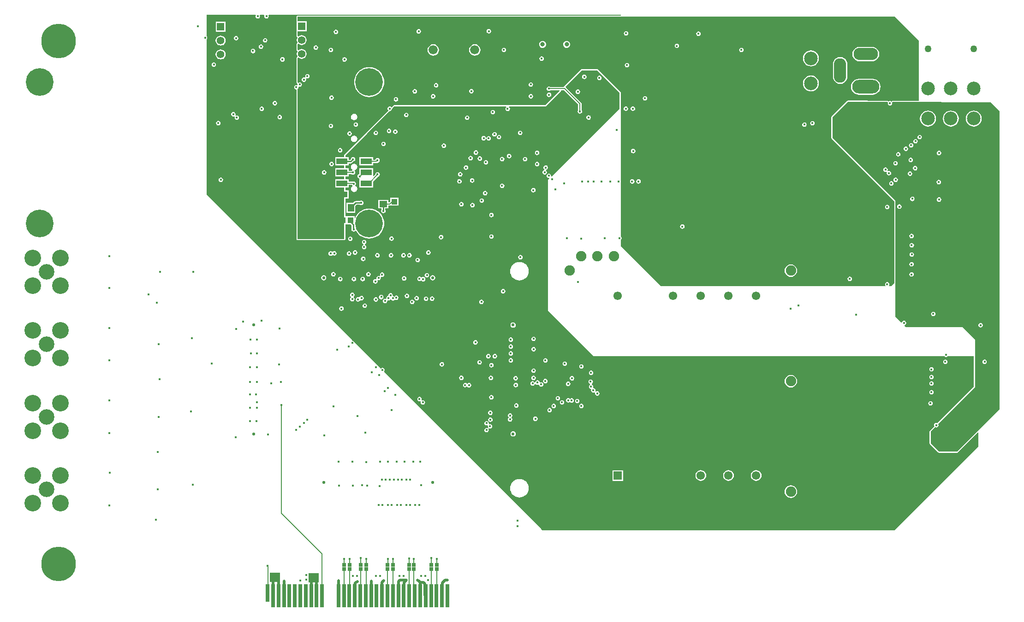
<source format=gbl>
%FSTAX23Y23*%
%MOIN*%
%SFA1B1*%

%IPPOS*%
%ADD14C,0.010000*%
%ADD19C,0.005000*%
%ADD22C,0.008000*%
%ADD26R,0.028000X0.165000*%
%ADD27R,0.028000X0.126000*%
%ADD33R,0.057090X0.045280*%
%ADD35R,0.041340X0.043310*%
%ADD37R,0.043310X0.041340*%
%ADD77R,0.045280X0.057090*%
%ADD81R,0.082870X0.044090*%
%ADD142C,0.120000*%
%ADD162C,0.020000*%
%ADD166C,0.112000*%
%ADD167C,0.021660*%
%ADD168C,0.031500*%
%ADD169C,0.065980*%
%ADD170C,0.061020*%
%ADD171R,0.061020X0.061020*%
%ADD172C,0.075000*%
%ADD173C,0.098430*%
%ADD174O,0.196850X0.098430*%
%ADD175O,0.177170X0.088580*%
%ADD176O,0.088580X0.177170*%
%ADD177C,0.055000*%
%ADD178R,0.055000X0.055000*%
%ADD179C,0.050000*%
%ADD180C,0.250000*%
%ADD181C,0.016000*%
%ADD182C,0.032000*%
%ADD183C,0.200000*%
%ADD184R,0.025200X0.026770*%
%ADD185R,0.073820X0.067910*%
%LNtimingcard_pcb-1*%
%LPD*%
G36*
X04349Y04334D02*
X02014D01*
X02011Y04333*
X02009Y04331*
X02007Y04329*
X02006Y04326*
Y04293*
X02007Y0429*
X02007Y04289*
Y04226*
X02007Y04225*
X02006Y04222*
Y04186*
X02006Y04185*
X02007Y04184*
X02007Y04184*
X02007Y04183*
X02008Y04182*
X02008Y04181*
X02008Y04181*
X02009Y04181*
X02009Y0418*
X0201Y04179*
X02012Y04175*
X02008Y04167*
X02007Y04157*
X02008Y04148*
X02012Y04139*
X0201Y04135*
X02009Y04135*
X02009Y04134*
X02008Y04134*
X02008Y04134*
X02008Y04133*
X02007Y04131*
X02007Y04131*
X02007Y04131*
X02006Y0413*
X02006Y04128*
Y04086*
X02006Y04085*
X02007Y04084*
X02007Y04084*
X02007Y04083*
X02008Y04082*
X02008Y04081*
X02008Y04081*
X02009Y04081*
X02009Y0408*
X0201Y04079*
X02012Y04075*
X02008Y04067*
X02007Y04057*
X02008Y04048*
X02012Y04039*
X0201Y04035*
X02009Y04035*
X02009Y04034*
X02008Y04034*
X02008Y04034*
X02008Y04033*
X02007Y04031*
X02007Y04031*
X02007Y04031*
X02006Y0403*
X02006Y04028*
Y0385*
X02006Y03849*
X02007Y03847*
X02007Y03847*
X02007Y03847*
X02008Y03846*
X02009Y03844*
X02009Y03844*
X02009Y03844*
X0201Y03844*
X02011Y03843*
X02014Y03841*
X02013Y03836*
X02013Y03835*
X02013Y03834*
X02009Y03831*
X02004Y03832*
X01998Y03831*
X01993Y03827*
X01989Y03822*
X01988Y03816*
X01989Y03809*
X01993Y03804*
X01998Y038*
X02004Y03799*
X02006Y03798*
Y02718*
X02007Y02714*
X02009Y02712*
X02011Y0271*
X02014Y02709*
X02349*
X02352Y0271*
X02355Y02712*
X02357Y02714*
X02358Y02718*
Y02824*
X02396*
X02402Y02818*
Y02792*
X02403Y02789*
X02402Y02788*
X02404Y02782*
X02407Y02777*
X02413Y02773*
X02419Y02772*
X02425Y02773*
X0243Y02777*
X02431Y02777*
X02437Y02777*
X02443Y02766*
X02454Y02753*
X02467Y02742*
X02482Y02733*
X02497Y02727*
X02514Y02723*
X02531Y02721*
X02548Y02723*
X02564Y02727*
X0258Y02733*
X02595Y02742*
X02608Y02753*
X02619Y02766*
X02627Y0278*
X02634Y02796*
X02638Y02813*
X02639Y0283*
X02638Y02846*
X02634Y02863*
X02627Y02879*
X02619Y02893*
X02608Y02906*
X02595Y02917*
X0258Y02926*
X02564Y02933*
X02548Y02937*
X02531Y02938*
X02514Y02937*
X02497Y02933*
X02482Y02926*
X02467Y02917*
X02454Y02906*
X02443Y02893*
X02434Y02879*
X0243Y02867*
X02425Y02868*
Y02883*
X02358*
Y02907*
X02358*
Y0298*
X02358*
Y03012*
X02384*
Y03072*
X02358*
Y03091*
X02384*
Y03109*
X02405*
X02407Y03106*
X02408Y03106*
Y031*
X02405Y03098*
X024Y03091*
X02398Y03082*
X024Y03073*
X02405Y03065*
X02413Y0306*
X02422Y03058*
X02431Y0306*
X02438Y03065*
X02443Y03073*
X02445Y03082*
X02443Y03091*
X02438Y03098*
X02432Y03102*
X02431Y03105*
X02431Y03108*
X02433Y03112*
X02435Y03118*
X02433Y03124*
X0243Y0313*
X02424Y03133*
X02418Y03134*
X02413Y03133*
X02384*
Y03151*
X02358*
Y0317*
X02384*
Y03187*
X02403*
X02407Y03184*
X02414Y03183*
X0242Y03184*
X02425Y03188*
X02429Y03193*
X0243Y03199*
X02429Y03206*
X02425Y03211*
X02425Y03211*
X02426Y03217*
X02431Y03218*
X02438Y03223*
X02443Y0323*
X02445Y03239*
X02443Y03248*
X02438Y03256*
X02431Y03261*
X02422Y03263*
X02413Y03261*
X02405Y03256*
X024Y03248*
X02398Y03239*
X024Y0323*
X02405Y03223*
X02409Y0322*
X02408Y03215*
X02407Y03214*
X02403Y03212*
X02384*
Y0323*
X02358*
Y03249*
X02384*
Y03265*
X02397*
X02402Y03266*
X02407Y03269*
X02416Y03279*
X0242Y03279*
X02425Y03283*
X02428Y03288*
X0243Y03295*
X02428Y03301*
X02425Y03306*
X0242Y0331*
X02413Y03311*
X02407Y0331*
X02402Y03306*
X02398Y03301*
X02398Y03298*
X02392Y03292*
X02384*
Y03309*
X02358*
Y03322*
X02674Y03639*
X02674Y03639*
X02675Y03639*
X02675Y0364*
X02676Y03641*
X02676Y03642*
X02676Y03642*
X02679Y03644*
X02686Y03645*
X02691Y03649*
X02694Y03654*
X02695Y03659*
X02696Y03661*
X02698Y03664*
X02698Y03664*
X02699Y03664*
X027Y03665*
X02701Y03665*
X02701Y03666*
X02701Y03666*
X02713Y03677*
X0352*
X03522Y03672*
X0352Y03671*
X03516Y03666*
X03515Y0366*
X03516Y03653*
X0352Y03648*
X03525Y03644*
X03531Y03643*
X03538Y03644*
X03543Y03648*
X03546Y03653*
X03548Y0366*
X03546Y03666*
X03543Y03671*
X03541Y03672*
X03542Y03677*
X03804*
X03807Y03678*
X0381Y0368*
Y0368*
X03913Y03783*
X03915Y03786*
X03916Y03789*
X0392Y03793*
X03939*
X04041Y03692*
Y03651*
X04038Y03647*
X04037Y03641*
X04038Y03635*
X04042Y03629*
X04047Y03626*
X04053Y03625*
X0406Y03626*
X04065Y03629*
X04068Y03635*
X0407Y03641*
X04068Y03647*
X04066Y03651*
Y03697*
X04065Y03701*
X04062Y03705*
X03953Y03814*
X03952Y03815*
X03951Y03821*
X04068Y03937*
X04181*
X04341Y03777*
Y03662*
X0385Y03171*
X03845Y03174*
X03846Y03176*
X03844Y03182*
X03841Y03187*
X03836Y03191*
X03829Y03192*
X03823Y03191*
X03818Y03187*
X03814Y03182*
X03813Y03176*
X03814Y03169*
X03818Y03164*
X03823Y0316*
X03829Y03159*
X03831Y0316*
X03834Y03155*
X03824Y03146*
Y02201*
X04154Y01871*
X06687*
X06688Y01869*
X06693Y01865*
X06699Y01864*
X06706Y01865*
X06711Y01869*
X06712Y01871*
X06901*
Y01649*
X06637Y01385*
X06635Y01387*
X06628Y01388*
X06622Y01387*
X06617Y01383*
X06613Y01378*
X06612Y01372*
X06613Y01365*
X06615Y01363*
X06584Y01331*
X06582Y01329*
X06581Y01326*
Y01241*
X06582Y01237*
X06584Y01235*
X06644Y01175*
X06646Y01173*
X06649Y01172*
X06779*
X06782Y01173*
X06785Y01175*
X0693Y01319*
X06934Y01317*
Y01216*
X06329Y00611*
X03784*
X02638Y01757*
X02638Y01758*
X02641Y01763*
X02643Y0177*
X02641Y01776*
X02638Y01781*
X02633Y01785*
X02626Y01786*
X0262Y01785*
X02615Y01781*
X02614Y01781*
X02425Y0197*
X02424Y01973*
X02421Y01978*
X02416Y01982*
X02413Y01982*
X01355Y0304*
Y04162*
X01357Y04163*
X0136Y04168*
X01361Y04175*
X0136Y04181*
X01357Y04186*
X01355Y04187*
Y04341*
X01709*
X01712Y04336*
X01711Y04335*
X0171Y04329*
X01711Y04323*
X01715Y04317*
X0172Y04314*
X01726Y04313*
X01733Y04314*
X01738Y04317*
X01741Y04323*
X01743Y04329*
X01741Y04335*
X01741Y04336*
X01744Y04341*
X01771*
X01774Y04336*
X01773Y04335*
X01772Y04329*
X01773Y04323*
X01777Y04317*
X01782Y04314*
X01788Y04313*
X01795Y04314*
X018Y04317*
X01803Y04323*
X01805Y04329*
X01803Y04335*
X01803Y04336*
X01806Y04341*
X04349*
Y04334*
G37*
G36*
X06504Y04151D02*
Y04111D01*
X06503Y04106*
X06502Y04093*
X06503Y0408*
X06504Y04075*
Y0372*
X06501Y03716*
X06314Y03717*
X06313Y03717*
X06312Y03717*
X06311Y03717*
X0631Y03717*
X0631Y03716*
X06309Y03716*
X06309Y03715*
X06308Y03715*
X06307Y03714*
X06307Y03714*
X06306Y03712*
X06301Y03716*
X06294Y03717*
X06288Y03716*
X06286Y03714*
X06281Y03715*
X0628Y03715*
X0628Y03716*
X06279Y03716*
X06278Y03717*
X06278Y03717*
X06277Y03717*
X06276Y03717*
X06275Y03717*
X05989Y03719*
X05989*
X05989*
X05988Y03718*
X05986Y03718*
X05986Y03718*
X05986*
X05985Y03717*
X05984Y03716*
X05984Y03716*
X05984Y03716*
X05874Y03606*
X05872Y03604*
X05871Y03601*
Y03451*
X05872Y03447*
X05874Y03445*
X06326Y02992*
Y02397*
X06304Y02376*
X06289*
X06287Y02381*
X06289Y02384*
X06291Y02391*
X06289Y02397*
X06286Y02402*
X06281Y02406*
X06274Y02407*
X06268Y02406*
X06263Y02402*
X06259Y02397*
X06258Y02391*
X06259Y02384*
X06262Y02381*
X0626Y02376*
X04639*
X04349Y02666*
Y02712*
X04351Y02713*
X04354Y02718*
X04356Y02725*
X04354Y02731*
X04351Y02736*
X04349Y02737*
Y03133*
X0435Y03135*
X04349Y03136*
Y03781*
X04184Y03946*
X04064*
X03937Y03818*
X0384*
X03836Y03821*
X03829Y03822*
X03823Y03821*
X03818Y03817*
X03814Y03812*
X03813Y03806*
X03814Y03799*
X03818Y03794*
X03823Y0379*
X03829Y03789*
X03836Y0379*
X0384Y03793*
X03906*
X03907Y03789*
X03804Y03686*
X02709*
X02695Y03672*
X02691Y03672*
X02686Y03676*
X02679Y03677*
X02673Y03676*
X02668Y03672*
X02664Y03667*
X02663Y03661*
X02664Y03654*
X02668Y03649*
X02668Y03644*
X02349Y03326*
Y03309*
X02285*
Y03249*
X02349*
Y0323*
X02285*
Y0317*
X02349*
Y03151*
X02285*
Y03091*
X02349*
Y02718*
X02014*
Y03803*
X02016Y03804*
X02019Y03809*
X02021Y03816*
X02021Y03816*
X02021Y03817*
X02025Y0382*
X02029Y03819*
X02036Y0382*
X02041Y03824*
X02044Y03829*
X02046Y03836*
X02044Y03842*
X02041Y03847*
X02036Y03851*
X02029Y03852*
X02023Y03851*
X02019Y03848*
X02014Y0385*
Y04028*
X02019Y04031*
X02025Y04026*
X02034Y04023*
X02043Y04022*
X02052Y04023*
X02061Y04026*
X02068Y04032*
X02074Y04039*
X02077Y04048*
X02079Y04057*
X02077Y04067*
X02074Y04075*
X02068Y04083*
X02061Y04088*
X02052Y04092*
X02043Y04093*
X02034Y04092*
X02025Y04088*
X02019Y04084*
X02014Y04086*
Y04128*
X02019Y04131*
X02025Y04126*
X02034Y04123*
X02043Y04122*
X02052Y04123*
X02061Y04126*
X02068Y04132*
X02074Y04139*
X02077Y04148*
X02079Y04157*
X02077Y04167*
X02074Y04175*
X02068Y04183*
X02061Y04188*
X02052Y04192*
X02043Y04193*
X02034Y04192*
X02025Y04188*
X02019Y04184*
X02014Y04186*
Y04222*
X02078*
Y04293*
X02014*
Y04326*
X06329*
X06504Y04151*
G37*
G36*
X06275Y03709D02*
X06279Y03704D01*
X06278Y03701*
X06279Y03694*
X06283Y03689*
X06288Y03685*
X06294Y03684*
X06301Y03685*
X06306Y03689*
X06309Y03694*
X06311Y03701*
X0631Y03704*
X06314Y03709*
X07024Y03706*
X07087Y03643*
Y01488*
X06779Y01181*
X06649*
X06589Y01241*
Y01326*
X06621Y01357*
X06622Y01356*
X06628Y01355*
X06635Y01356*
X0664Y0136*
X06643Y01365*
X06645Y01372*
X06643Y01378*
X06643Y01379*
X06909Y01646*
Y01991*
X06819Y02081*
X06409*
X06399Y02091*
X06401Y02095*
X06402Y02095*
X06407Y02099*
X0641Y02104*
X06412Y02111*
X0641Y02117*
X06407Y02122*
X06402Y02126*
X06395Y02127*
X06389Y02126*
X06384Y02122*
X0638Y02117*
X0638Y02116*
X06375Y02115*
X06334Y02156*
Y02996*
X05879Y03451*
Y03601*
X05989Y03711*
X06275Y03709*
G37*
%LNtimingcard_pcb-2*%
%LPC*%
G36*
X01493Y04289D02*
X01422D01*
Y04218*
X01493*
Y04289*
G37*
G36*
X01569Y04187D02*
X01563Y04186D01*
X01558Y04182*
X01554Y04177*
X01553Y04171*
X01554Y04165*
X01558Y04159*
X01563Y04156*
X01569Y04154*
X01576Y04156*
X01581Y04159*
X01584Y04165*
X01586Y04171*
X01584Y04177*
X01581Y04182*
X01576Y04186*
X01569Y04187*
G37*
G36*
X01779Y04172D02*
X01773Y04171D01*
X01768Y04167*
X01764Y04162*
X01763Y04156*
X01764Y04149*
X01768Y04144*
X01773Y0414*
X01779Y04139*
X01786Y0414*
X01791Y04144*
X01794Y04149*
X01796Y04156*
X01794Y04162*
X01791Y04167*
X01786Y04171*
X01779Y04172*
G37*
G36*
X01457Y04189D02*
X01448Y04188D01*
X01439Y04184*
X01432Y04179*
X01426Y04171*
X01423Y04163*
X01421Y04153*
X01423Y04144*
X01426Y04136*
X01432Y04128*
X01439Y04122*
X01448Y04119*
X01457Y04118*
X01466Y04119*
X01475Y04122*
X01483Y04128*
X01488Y04136*
X01492Y04144*
X01493Y04153*
X01492Y04163*
X01488Y04171*
X01483Y04179*
X01475Y04184*
X01466Y04188*
X01457Y04189*
G37*
G36*
X01749Y04126D02*
X01743Y04125D01*
X01738Y04121*
X01734Y04116*
X01733Y0411*
X01734Y04103*
X01738Y04098*
X01743Y04094*
X01749Y04093*
X01756Y04094*
X01761Y04098*
X01764Y04103*
X01766Y0411*
X01764Y04116*
X01761Y04121*
X01756Y04125*
X01749Y04126*
G37*
G36*
X01691Y04095D02*
X01685Y04094D01*
X0168Y0409*
X01676Y04085*
X01675Y04079*
X01676Y04072*
X0168Y04067*
X01685Y04063*
X01691Y04062*
X01698Y04063*
X01703Y04067*
X01706Y04072*
X01708Y04079*
X01706Y04085*
X01703Y0409*
X01698Y04094*
X01691Y04095*
G37*
G36*
X01457Y04089D02*
X01448Y04088D01*
X01439Y04084*
X01432Y04079*
X01426Y04071*
X01423Y04063*
X01421Y04053*
X01423Y04044*
X01426Y04036*
X01432Y04028*
X01439Y04022*
X01448Y04019*
X01457Y04018*
X01466Y04019*
X01475Y04022*
X01483Y04028*
X01488Y04036*
X01492Y04044*
X01493Y04053*
X01492Y04063*
X01488Y04071*
X01483Y04079*
X01475Y04084*
X01466Y04088*
X01457Y04089*
G37*
G36*
X01903Y04034D02*
X01897Y04033D01*
X01892Y04029*
X01888Y04024*
X01887Y04018*
X01888Y04011*
X01892Y04006*
X01897Y04002*
X01903Y04001*
X0191Y04002*
X01915Y04006*
X01918Y04011*
X0192Y04018*
X01918Y04024*
X01915Y04029*
X0191Y04033*
X01903Y04034*
G37*
G36*
X01408Y03996D02*
X01402Y03995D01*
X01396Y03991*
X01393Y03986*
X01392Y0398*
X01393Y03974*
X01396Y03968*
X01402Y03965*
X01408Y03964*
X01414Y03965*
X0142Y03968*
X01423Y03974*
X01424Y0398*
X01423Y03986*
X0142Y03991*
X01414Y03995*
X01408Y03996*
G37*
G36*
X04085Y03908D02*
X04079Y03907D01*
X04074Y03903*
X0407Y03898*
X04069Y03892*
X0407Y03885*
X04074Y0388*
X04079Y03876*
X04085Y03875*
X04092Y03876*
X04097Y0388*
X041Y03885*
X04102Y03892*
X041Y03898*
X04097Y03903*
X04092Y03907*
X04085Y03908*
G37*
G36*
X04194Y039D02*
X04188Y03899D01*
X04183Y03895*
X04179Y0389*
X04178Y03884*
X04179Y03877*
X04183Y03872*
X04188Y03868*
X04194Y03867*
X04201Y03868*
X04206Y03872*
X04209Y03877*
X04211Y03884*
X04209Y0389*
X04206Y03895*
X04201Y03899*
X04194Y039*
G37*
G36*
X04039Y038D02*
X04033Y03799D01*
X04028Y03795*
X04024Y0379*
X04023Y03784*
X04024Y03777*
X04028Y03772*
X04033Y03768*
X04039Y03767*
X04046Y03768*
X04051Y03772*
X04054Y03777*
X04056Y03784*
X04054Y0379*
X04051Y03795*
X04046Y03799*
X04039Y038*
G37*
G36*
X01849Y03717D02*
X01843Y03716D01*
X01838Y03712*
X01834Y03707*
X01833Y03701*
X01834Y03694*
X01838Y03689*
X01843Y03685*
X01849Y03684*
X01856Y03685*
X01861Y03689*
X01864Y03694*
X01866Y03701*
X01864Y03707*
X01861Y03712*
X01856Y03716*
X01849Y03717*
G37*
G36*
X01754Y03677D02*
X01748Y03676D01*
X01743Y03672*
X01739Y03667*
X01738Y03661*
X01739Y03654*
X01743Y03649*
X01748Y03645*
X01754Y03644*
X01761Y03645*
X01766Y03649*
X01769Y03654*
X01771Y03661*
X01769Y03667*
X01766Y03672*
X01761Y03676*
X01754Y03677*
G37*
G36*
X03424Y03652D02*
X03418Y03651D01*
X03413Y03647*
X03409Y03642*
X03408Y03636*
X03409Y03629*
X03413Y03624*
X03418Y0362*
X03424Y03619*
X03431Y0362*
X03436Y03624*
X03439Y03629*
X03441Y03636*
X03439Y03642*
X03436Y03647*
X03431Y03651*
X03424Y03652*
G37*
G36*
X02799Y03632D02*
X02793Y03631D01*
X02788Y03627*
X02784Y03622*
X02783Y03616*
X02784Y03609*
X02788Y03604*
X02793Y036*
X02799Y03599*
X02806Y036*
X02811Y03604*
X02814Y03609*
X02816Y03616*
X02814Y03622*
X02811Y03627*
X02806Y03631*
X02799Y03632*
G37*
G36*
X01884Y03617D02*
X01878Y03616D01*
X01873Y03612*
X01869Y03607*
X01868Y03601*
X01869Y03594*
X01873Y03589*
X01878Y03585*
X01884Y03584*
X01891Y03585*
X01896Y03589*
X01899Y03594*
X01901Y03601*
X01899Y03607*
X01896Y03612*
X01891Y03616*
X01884Y03617*
G37*
G36*
X04116Y03614D02*
X0411Y03612D01*
X04105Y03609*
X04101Y03604*
X041Y03597*
X04101Y03591*
X04105Y03586*
X0411Y03582*
X04116Y03581*
X04122Y03582*
X04128Y03586*
X04131Y03591*
X04133Y03597*
X04131Y03604*
X04128Y03609*
X04122Y03612*
X04116Y03614*
G37*
G36*
X03239Y03612D02*
X03233Y03611D01*
X03228Y03607*
X03224Y03602*
X03223Y03596*
X03224Y03589*
X03228Y03584*
X03233Y0358*
X03239Y03579*
X03246Y0358*
X03251Y03584*
X03254Y03589*
X03256Y03596*
X03254Y03602*
X03251Y03607*
X03246Y03611*
X03239Y03612*
G37*
G36*
X01549Y03637D02*
X01543Y03636D01*
X01538Y03632*
X01534Y03627*
X01533Y03621*
X01534Y03614*
X01538Y03609*
X01543Y03605*
X01549Y03604*
X01556Y03605*
X01556Y03606*
X01559Y03602*
X01559Y03602*
X01558Y03596*
X01559Y03589*
X01563Y03584*
X01568Y0358*
X01574Y03579*
X01581Y0358*
X01586Y03584*
X01589Y03589*
X01591Y03596*
X01589Y03602*
X01586Y03607*
X01581Y03611*
X01574Y03612*
X01568Y03611*
X01568Y0361*
X01564Y03614*
X01564Y03614*
X01566Y03621*
X01564Y03627*
X01561Y03632*
X01556Y03636*
X01549Y03637*
G37*
G36*
X0144Y03573D02*
X01434Y03572D01*
X01429Y03568*
X01425Y03563*
X01424Y03557*
X01425Y0355*
X01429Y03545*
X01434Y03541*
X0144Y0354*
X01447Y03541*
X01452Y03545*
X01455Y0355*
X01457Y03557*
X01455Y03563*
X01452Y03568*
X01447Y03572*
X0144Y03573*
G37*
G36*
X02674Y03517D02*
X02668Y03516D01*
X02663Y03512*
X02659Y03507*
X02658Y03501*
X02659Y03494*
X02663Y03489*
X02668Y03485*
X02674Y03484*
X02681Y03485*
X02686Y03489*
X02689Y03494*
X02691Y03501*
X02689Y03507*
X02686Y03512*
X02681Y03516*
X02674Y03517*
G37*
G36*
X0272Y03511D02*
X02713Y03509D01*
X02708Y03506*
X02704Y03501*
X02703Y03494*
X02704Y03488*
X02708Y03483*
X02713Y03479*
X0272Y03478*
X02726Y03479*
X02731Y03483*
X02735Y03488*
X02736Y03494*
X02735Y03501*
X02731Y03506*
X02726Y03509*
X0272Y03511*
G37*
G36*
X03622Y03502D02*
X03616Y03501D01*
X03611Y03497*
X03607Y03492*
X03606Y03486*
X03607Y03479*
X03611Y03474*
X03616Y0347*
X03622Y03469*
X03629Y0347*
X03634Y03474*
X03637Y03479*
X03639Y03486*
X03637Y03492*
X03634Y03497*
X03629Y03501*
X03622Y03502*
G37*
G36*
X02579D02*
X02573Y03501D01*
X02568Y03497*
X02564Y03492*
X02563Y03486*
X02564Y03479*
X02568Y03474*
X02573Y0347*
X02579Y03469*
X02586Y0347*
X02591Y03474*
X02594Y03479*
X02596Y03486*
X02594Y03492*
X02591Y03497*
X02586Y03501*
X02579Y03502*
G37*
G36*
X03437Y03492D02*
X0343Y03491D01*
X03425Y03487*
X03421Y03482*
X0342Y03476*
X03421Y0347*
X03425Y03464*
X0343Y03461*
X03437Y0346*
X03443Y03461*
X03448Y03464*
X03452Y0347*
X03453Y03476*
X03452Y03482*
X03448Y03487*
X03443Y03491*
X03437Y03492*
G37*
G36*
X03469Y03472D02*
X03463Y03471D01*
X03458Y03467*
X03454Y03462*
X03453Y03456*
X03454Y03449*
X03458Y03444*
X03463Y0344*
X03469Y03439*
X03476Y0344*
X03481Y03444*
X03484Y03449*
X03486Y03456*
X03484Y03462*
X03481Y03467*
X03476Y03471*
X03469Y03472*
G37*
G36*
X03358Y03464D02*
X03352Y03463D01*
X03347Y03459*
X03343Y03454*
X03342Y03448*
X03343Y03441*
X03347Y03436*
X03352Y03432*
X03358Y03431*
X03365Y03432*
X0337Y03436*
X03373Y03441*
X03374Y03443*
X03379*
X03379Y0344*
X03383Y03435*
X03388Y03431*
X03394Y0343*
X03401Y03431*
X03406Y03435*
X03409Y0344*
X03411Y03447*
X03409Y03453*
X03406Y03458*
X03401Y03462*
X03394Y03463*
X03388Y03462*
X03383Y03458*
X03379Y03453*
X03379Y03451*
X03374*
X03373Y03454*
X0337Y03459*
X03365Y03463*
X03358Y03464*
G37*
G36*
X02634Y03422D02*
X02628Y03421D01*
X02623Y03417*
X02619Y03412*
X02618Y03406*
X02619Y03399*
X02623Y03394*
X02628Y0339*
X02634Y03389*
X02641Y0339*
X02646Y03394*
X02649Y03399*
X02651Y03406*
X02649Y03412*
X02646Y03417*
X02641Y03421*
X02634Y03422*
G37*
G36*
X0307Y0341D02*
X03064Y03408D01*
X03059Y03405*
X03055Y03399*
X03054Y03393*
X03055Y03387*
X03059Y03382*
X03064Y03378*
X0307Y03377*
X03077Y03378*
X03082Y03382*
X03085Y03387*
X03087Y03393*
X03085Y03399*
X03082Y03405*
X03077Y03408*
X0307Y0341*
G37*
G36*
X03302Y0336D02*
X03296Y03359D01*
X03291Y03355*
X03287Y0335*
X03286Y03344*
X03287Y03337*
X03291Y03332*
X03296Y03328*
X03302Y03327*
X03309Y03328*
X03314Y03332*
X03317Y03337*
X03319Y03344*
X03317Y0335*
X03314Y03355*
X03309Y03359*
X03302Y0336*
G37*
G36*
X03744Y03358D02*
X03738Y03357D01*
X03733Y03353*
X03729Y03348*
X03728Y03342*
X03729Y03335*
X03733Y0333*
X03738Y03326*
X03744Y03325*
X03751Y03326*
X03756Y0333*
X03759Y03335*
X03761Y03342*
X03759Y03348*
X03756Y03353*
X03751Y03357*
X03744Y03358*
G37*
G36*
X03542Y03334D02*
X03536Y03333D01*
X03531Y0333*
X03527Y03324*
X03526Y03318*
X03527Y03312*
X03531Y03307*
X03536Y03303*
X03542Y03302*
X03549Y03303*
X03554Y03307*
X03557Y03312*
X03559Y03318*
X03557Y03324*
X03554Y0333*
X03549Y03333*
X03542Y03334*
G37*
G36*
X03263Y0332D02*
X03257Y03318D01*
X03252Y03315*
X03248Y0331*
X03247Y03303*
X03248Y03297*
X03252Y03292*
X03257Y03288*
X03263Y03287*
X03269Y03288*
X03275Y03292*
X03278Y03297*
X0328Y03303*
X03278Y0331*
X03275Y03315*
X03269Y03318*
X03263Y0332*
G37*
G36*
X0333Y03317D02*
X03324Y03316D01*
X03319Y03312*
X03315Y03307*
X03314Y03301*
X03315Y03294*
X03319Y03289*
X03324Y03285*
X0333Y03284*
X03337Y03285*
X03342Y03289*
X03345Y03294*
X03347Y03301*
X03345Y03307*
X03342Y03312*
X03337Y03316*
X0333Y03317*
G37*
G36*
X03491Y03313D02*
X03485Y03312D01*
X0348Y03308*
X03476Y03303*
X03475Y03297*
X03476Y0329*
X0348Y03285*
X03485Y03281*
X03491Y0328*
X03498Y03281*
X03503Y03285*
X03506Y0329*
X03508Y03297*
X03506Y03303*
X03503Y03308*
X03498Y03312*
X03491Y03313*
G37*
G36*
X03657Y03312D02*
X03651Y03311D01*
X03646Y03307*
X03642Y03302*
X03641Y03296*
X03642Y0329*
X03646Y03284*
X03651Y03281*
X03657Y0328*
X03664Y03281*
X03669Y03284*
X03672Y0329*
X03674Y03296*
X03672Y03302*
X03669Y03307*
X03664Y03311*
X03657Y03312*
G37*
G36*
X03374Y03289D02*
X03368Y03288D01*
X03363Y03284*
X03359Y03279*
X03358Y03273*
X03359Y03266*
X03363Y03261*
X03368Y03257*
X03374Y03256*
X03381Y03257*
X03386Y03261*
X03389Y03266*
X03391Y03273*
X03389Y03279*
X03386Y03284*
X03381Y03288*
X03374Y03289*
G37*
G36*
X02559Y03309D02*
X0246D01*
Y03249*
X02559*
Y03266*
X02583*
X02588Y03267*
X02592Y0327*
X02594Y03272*
X02597Y03272*
X02602Y03276*
X02605Y03281*
X02607Y03288*
X02605Y03294*
X02602Y03299*
X02597Y03303*
X0259Y03304*
X02584Y03303*
X02579Y03299*
X02575Y03294*
X02575Y03291*
X02559*
Y03309*
G37*
G36*
X03744Y03277D02*
X03738Y03276D01*
X03733Y03272*
X03729Y03267*
X03728Y03261*
X03729Y03254*
X03733Y03249*
X03738Y03245*
X03744Y03244*
X03751Y03245*
X03756Y03249*
X03759Y03254*
X03761Y03261*
X03759Y03267*
X03756Y03272*
X03751Y03276*
X03744Y03277*
G37*
G36*
X0323Y03251D02*
X03224Y0325D01*
X03219Y03246*
X03215Y03241*
X03214Y03235*
X03215Y03228*
X03219Y03223*
X03224Y03219*
X0323Y03218*
X03237Y03219*
X03242Y03223*
X03245Y03228*
X03247Y03235*
X03245Y03241*
X03242Y03246*
X03237Y0325*
X0323Y03251*
G37*
G36*
X03806D02*
X038Y0325D01*
X03795Y03246*
X03791Y03241*
X0379Y03235*
X03791Y03228*
X03795Y03223*
X03797Y03222*
X03796Y03216*
X03793Y03216*
X03788Y03212*
X03784Y03207*
X03783Y03201*
X03784Y03194*
X03788Y03189*
X03793Y03185*
X03799Y03184*
X03806Y03185*
X03811Y03189*
X03814Y03194*
X03816Y03201*
X03814Y03207*
X03811Y03212*
X03809Y03214*
X0381Y03219*
X03813Y03219*
X03818Y03223*
X03821Y03228*
X03823Y03235*
X03821Y03241*
X03818Y03246*
X03813Y0325*
X03806Y03251*
G37*
G36*
X03188Y03203D02*
X03182Y03202D01*
X03177Y03198*
X03173Y03193*
X03172Y03187*
X03173Y0318*
X03177Y03175*
X03182Y03171*
X03188Y0317*
X03195Y03171*
X032Y03175*
X03204Y0318*
X03205Y03187*
X03204Y03193*
X032Y03198*
X03195Y03202*
X03188Y03203*
G37*
G36*
X01459Y03163D02*
X01453Y03162D01*
X01448Y03158*
X01444Y03153*
X01443Y03147*
X01444Y0314*
X01448Y03135*
X01453Y03131*
X01459Y0313*
X01466Y03131*
X01471Y03135*
X01474Y0314*
X01476Y03147*
X01474Y03153*
X01471Y03158*
X01466Y03162*
X01459Y03163*
G37*
G36*
X03275Y03158D02*
X03269Y03156D01*
X03264Y03153*
X0326Y03147*
X03259Y03141*
X0326Y03135*
X03264Y0313*
X03269Y03126*
X03275Y03125*
X03281Y03126*
X03287Y0313*
X0329Y03135*
X03291Y03141*
X0329Y03147*
X03287Y03153*
X03281Y03156*
X03275Y03158*
G37*
G36*
X03183Y03152D02*
X03176Y0315D01*
X03171Y03147*
X03168Y03142*
X03166Y03135*
X03168Y03129*
X03171Y03124*
X03176Y0312*
X03183Y03119*
X03189Y0312*
X03194Y03124*
X03198Y03129*
X03199Y03135*
X03198Y03142*
X03194Y03147*
X03189Y0315*
X03183Y03152*
G37*
G36*
X02559Y0323D02*
X0246D01*
Y03188*
X02456Y03187*
X0245Y03183*
X02447Y03178*
X02446Y03172*
X02447Y03166*
X0245Y0316*
X02456Y03157*
X02459Y03156*
X0246Y03151*
Y03151*
Y03091*
X02559*
Y03134*
X02595Y0317*
X02598Y03171*
X02603Y03174*
X02606Y03179*
X02608Y03186*
X02606Y03192*
X02603Y03197*
X02598Y03201*
X02591Y03202*
X02585Y03201*
X0258Y03197*
X02576Y03192*
X02575Y03186*
X02575Y03185*
X02564Y03173*
X02559Y03176*
Y0323*
G37*
G36*
X03491Y03119D02*
X03485Y03118D01*
X0348Y03114*
X03476Y03109*
X03475Y03103*
X03476Y03096*
X0348Y03091*
X03485Y03087*
X03491Y03086*
X03498Y03087*
X03503Y03091*
X03506Y03096*
X03508Y03103*
X03506Y03109*
X03503Y03114*
X03498Y03118*
X03491Y03119*
G37*
G36*
X03717Y03088D02*
X03711Y03087D01*
X03706Y03083*
X03702Y03078*
X03701Y03072*
X03702Y03065*
X03706Y0306*
X03711Y03056*
X03717Y03055*
X03724Y03056*
X03729Y0306*
X03732Y03065*
X03734Y03072*
X03732Y03078*
X03729Y03083*
X03724Y03087*
X03717Y03088*
G37*
G36*
X03368Y03066D02*
X03362Y03065D01*
X03357Y03061*
X03353Y03056*
X03352Y0305*
X03353Y03043*
X03357Y03038*
X03362Y03034*
X03368Y03033*
X03375Y03034*
X0338Y03038*
X03383Y03043*
X03385Y0305*
X03383Y03056*
X0338Y03061*
X03375Y03065*
X03368Y03066*
G37*
G36*
X02742Y03016D02*
X02682D01*
Y0299*
X02676Y02983*
X02669*
Y03002*
X02596*
Y0294*
X0262*
Y0293*
X02618Y02927*
X02617Y02921*
X02618Y02915*
X02622Y02909*
X02627Y02906*
X02633Y02904*
X02639Y02906*
X02645Y02909*
X02648Y02915*
X02649Y02921*
X02648Y02927*
X02646Y0293*
Y0294*
X02669*
Y02959*
X02681*
X02682Y02959*
X02682Y02959*
X02742*
Y03016*
G37*
G36*
X03344Y03012D02*
X03338Y03011D01*
X03333Y03007*
X03329Y03002*
X03328Y02996*
X03329Y02989*
X03333Y02984*
X03338Y0298*
X03344Y02979*
X03351Y0298*
X03356Y02984*
X03359Y02989*
X03361Y02996*
X03359Y03002*
X03356Y03007*
X03351Y03011*
X03344Y03012*
G37*
G36*
X02473Y02996D02*
X02467Y02995D01*
X02464Y02993*
X02434*
X02429Y02992*
X02424Y02989*
X02416Y0298*
X02415*
X02414Y0298*
X02367*
Y02907*
X02428*
Y02956*
X02431Y02958*
X02439Y02966*
X02464*
X02467Y02964*
X02473Y02963*
X0248Y02964*
X02485Y02968*
X02488Y02973*
X0249Y0298*
X02488Y02986*
X02485Y02991*
X0248Y02995*
X02473Y02996*
G37*
G36*
X03197Y02986D02*
X03191Y02985D01*
X03186Y02981*
X03182Y02976*
X03181Y0297*
X03182Y02963*
X03186Y02958*
X03191Y02954*
X03197Y02953*
X03204Y02954*
X03209Y02958*
X03212Y02963*
X03214Y0297*
X03212Y02976*
X03209Y02981*
X03204Y02985*
X03197Y02986*
G37*
G36*
X03277Y02979D02*
X03271Y02978D01*
X03266Y02975*
X03262Y02969*
X03261Y02963*
X03262Y02957*
X03266Y02952*
X03271Y02948*
X03277Y02947*
X03283Y02948*
X03289Y02952*
X03292Y02957*
X03293Y02963*
X03292Y02969*
X03289Y02975*
X03283Y02978*
X03277Y02979*
G37*
G36*
X03414Y02908D02*
X03408Y02907D01*
X03403Y02903*
X03399Y02898*
X03398Y02892*
X03399Y02885*
X03403Y0288*
X03408Y02876*
X03414Y02875*
X03421Y02876*
X03426Y0288*
X03429Y02885*
X03431Y02892*
X03429Y02898*
X03426Y02903*
X03421Y02907*
X03414Y02908*
G37*
G36*
Y02752D02*
X03408Y02751D01*
X03403Y02747*
X03399Y02742*
X03398Y02736*
X03399Y02729*
X03403Y02724*
X03408Y02721*
X03414Y02719*
X03421Y02721*
X03426Y02724*
X03429Y02729*
X03431Y02736*
X03429Y02742*
X03426Y02747*
X03421Y02751*
X03414Y02752*
G37*
G36*
X03051Y02748D02*
X03044Y02747D01*
X03039Y02743*
X03036Y02738*
X03034Y02732*
X03036Y02726*
X03039Y0272*
X03044Y02717*
X03051Y02715*
X03057Y02717*
X03062Y0272*
X03066Y02726*
X03067Y02732*
X03066Y02738*
X03062Y02743*
X03057Y02747*
X03051Y02748*
G37*
G36*
X02692Y02737D02*
X02686Y02736D01*
X02681Y02732*
X02677Y02727*
X02676Y02721*
X02677Y02715*
X02681Y02709*
X02686Y02706*
X02692Y02705*
X02699Y02706*
X02704Y02709*
X02707Y02715*
X02709Y02721*
X02707Y02727*
X02704Y02732*
X02699Y02736*
X02692Y02737*
G37*
G36*
X02394Y02736D02*
X02388Y02735D01*
X02383Y02732*
X02379Y02726*
X02378Y0272*
X02379Y02714*
X02383Y02708*
X02388Y02705*
X02394Y02704*
X024Y02705*
X02406Y02708*
X02409Y02714*
X02411Y0272*
X02409Y02726*
X02406Y02732*
X024Y02735*
X02394Y02736*
G37*
G36*
X02494Y02712D02*
X02488Y02711D01*
X02483Y02707*
X02479Y02702*
X02478Y02696*
X02479Y02689*
X02483Y02684*
X02488Y02681*
X02488Y02679*
Y02678*
X02488Y02675*
X02483Y02672*
X02479Y02667*
X02478Y02661*
X02479Y02654*
X02483Y02649*
X02488Y02645*
X02494Y02644*
X02501Y02645*
X02506Y02649*
X02509Y02654*
X02511Y02661*
X02509Y02667*
X02506Y02672*
X02501Y02675*
X02501Y02678*
Y02679*
X02501Y02681*
X02506Y02684*
X02509Y02689*
X02511Y02696*
X02509Y02702*
X02506Y02707*
X02501Y02711*
X02494Y02712*
G37*
G36*
X02279Y0263D02*
X02273Y02629D01*
X02268Y02625*
X02262Y02626*
X02258Y02628*
X02252Y02629*
X02246Y02628*
X0224Y02625*
X02237Y02619*
X02236Y02613*
X02237Y02607*
X0224Y02602*
X02246Y02598*
X02252Y02597*
X02258Y02598*
X02263Y02602*
X02269Y02601*
X02273Y02599*
X02279Y02597*
X02286Y02599*
X02291Y02602*
X02294Y02607*
X02296Y02614*
X02294Y0262*
X02291Y02625*
X02286Y02629*
X02279Y0263*
G37*
G36*
X02958Y02637D02*
X02952Y02636D01*
X02947Y02632*
X02943Y02627*
X02942Y02621*
X02943Y02614*
X02947Y02609*
X02952Y02605*
X02958Y02604*
X02965Y02605*
X0297Y02609*
X02973Y02614*
X02975Y02621*
X02973Y02627*
X0297Y02632*
X02965Y02636*
X02958Y02637*
G37*
G36*
X02429D02*
X02422Y02636D01*
X02417Y02632*
X02414Y02627*
X02412Y02621*
X02414Y02614*
X02417Y02609*
X02422Y02605*
X02429Y02604*
X02435Y02605*
X0244Y02609*
X02444Y02614*
X02445Y02621*
X02444Y02627*
X0244Y02632*
X02435Y02636*
X02429Y02637*
G37*
G36*
X02385Y0263D02*
X02379Y02628D01*
X02374Y02625*
X0237Y0262*
X02369Y02613*
X0237Y02607*
X02374Y02602*
X02379Y02598*
X02385Y02597*
X02392Y02598*
X02397Y02602*
X024Y02607*
X02402Y02613*
X024Y0262*
X02397Y02625*
X02392Y02628*
X02385Y0263*
G37*
G36*
X02821Y02617D02*
X02815Y02616D01*
X0281Y02612*
X02806Y02607*
X02805Y02601*
X02806Y02594*
X0281Y02589*
X02815Y02585*
X02821Y02584*
X02828Y02585*
X02833Y02589*
X02836Y02594*
X02838Y02601*
X02836Y02607*
X02833Y02612*
X02828Y02616*
X02821Y02617*
G37*
G36*
X02779D02*
X02773Y02616D01*
X02767Y02612*
X02764Y02607*
X02763Y02601*
X02764Y02594*
X02767Y02589*
X02773Y02585*
X02779Y02584*
X02785Y02585*
X02791Y02589*
X02794Y02594*
X02795Y02601*
X02794Y02607*
X02791Y02612*
X02785Y02616*
X02779Y02617*
G37*
G36*
X02688D02*
X02682Y02616D01*
X02677Y02612*
X02673Y02607*
X02672Y02601*
X02673Y02594*
X02677Y02589*
X02682Y02585*
X02688Y02584*
X02695Y02585*
X027Y02589*
X02704Y02594*
X02705Y02601*
X02704Y02607*
X027Y02612*
X02695Y02616*
X02688Y02617*
G37*
G36*
X0259D02*
X02584Y02616D01*
X02579Y02612*
X02575Y02607*
X02574Y02601*
X02575Y02594*
X02579Y02589*
X02584Y02585*
X0259Y02584*
X02596Y02585*
X02602Y02589*
X02605Y02594*
X02606Y02601*
X02605Y02607*
X02602Y02612*
X02596Y02616*
X0259Y02617*
G37*
G36*
X03623Y02603D02*
X03617Y02602D01*
X03612Y02598*
X03608Y02593*
X03607Y02587*
X03608Y0258*
X03612Y02575*
X03617Y02571*
X03623Y0257*
X0363Y02571*
X03635Y02575*
X03638Y0258*
X0364Y02587*
X03638Y02593*
X03635Y02598*
X0363Y02602*
X03623Y02603*
G37*
G36*
X02488Y02591D02*
X02481Y02589D01*
X02476Y02586*
X02473Y02581*
X02471Y02574*
X02473Y02568*
X02476Y02563*
X02481Y02559*
X02488Y02558*
X02494Y02559*
X02499Y02563*
X02503Y02568*
X02504Y02574*
X02503Y02581*
X02499Y02586*
X02494Y02589*
X02488Y02591*
G37*
G36*
X02881Y02582D02*
X02875Y02581D01*
X0287Y02577*
X02866Y02572*
X02865Y02566*
X02866Y02559*
X0287Y02554*
X02875Y0255*
X02881Y02549*
X02888Y0255*
X02893Y02554*
X02896Y02559*
X02898Y02566*
X02896Y02572*
X02893Y02577*
X02888Y02581*
X02881Y02582*
G37*
G36*
X02624Y02477D02*
X02618Y02476D01*
X02613Y02472*
X02609Y02467*
X02608Y02461*
X02609Y02454*
X02609Y02454*
X02606Y0245*
X02606Y02451*
X02599Y02452*
X02593Y02451*
X02588Y02447*
X02584Y02442*
X02583Y02436*
X02584Y02431*
X02583Y0243*
X02581Y02427*
X0258Y02427*
X02575Y02428*
X02569Y02427*
X02564Y02423*
X0256Y02418*
X02559Y02412*
X0256Y02405*
X02564Y024*
X02569Y02396*
X02575Y02395*
X02582Y02396*
X02587Y024*
X0259Y02405*
X02592Y02412*
X02591Y02416*
X02591Y02417*
X02594Y0242*
X02595Y0242*
X02599Y02419*
X02606Y0242*
X02611Y02424*
X02614Y02429*
X02616Y02436*
X02614Y02442*
X02614Y02442*
X02618Y02446*
X02618Y02445*
X02624Y02444*
X02631Y02445*
X02636Y02449*
X02639Y02454*
X02641Y02461*
X02639Y02467*
X02636Y02472*
X02631Y02476*
X02624Y02477*
G37*
G36*
X02272Y0248D02*
X02265Y02478D01*
X0226Y02475*
X02256Y0247*
X02255Y02463*
X02256Y02457*
X0226Y02452*
X02265Y02448*
X02272Y02447*
X02278Y02448*
X02283Y02452*
X02287Y02457*
X02288Y02463*
X02287Y0247*
X02283Y02475*
X02278Y02478*
X02272Y0248*
G37*
G36*
X02525Y02479D02*
X02519Y02478D01*
X02514Y02474*
X0251Y02469*
X02509Y02463*
X0251Y02456*
X02514Y02451*
X02519Y02447*
X02525Y02446*
X02532Y02447*
X02537Y02451*
X0254Y02456*
X02542Y02463*
X0254Y02469*
X02537Y02474*
X02532Y02478*
X02525Y02479*
G37*
G36*
X02948Y02472D02*
X02942Y02471D01*
X02936Y02468*
X02933Y02462*
X02931Y02456*
X02933Y0245*
X02936Y02444*
X02942Y02441*
X02948Y0244*
X02954Y02441*
X02959Y02444*
X02963Y0245*
X02964Y02456*
X02963Y02462*
X02959Y02468*
X02954Y02471*
X02948Y02472*
G37*
G36*
X0299Y02456D02*
X02982Y02455D01*
X02976Y02451*
X02972Y02444*
X0297Y02437*
X02972Y0243*
X02976Y02424*
X02982Y02419*
X0299Y02418*
X02997Y02419*
X03003Y02424*
X03007Y0243*
X03009Y02437*
X03007Y02444*
X03003Y02451*
X02997Y02455*
X0299Y02456*
G37*
G36*
X02202D02*
X02195Y02455D01*
X02189Y02451*
X02185Y02444*
X02183Y02437*
X02185Y0243*
X02189Y02424*
X02195Y02419*
X02202Y02418*
X0221Y02419*
X02216Y02424*
X0222Y0243*
X02221Y02437*
X0222Y02444*
X02216Y02451*
X0221Y02455*
X02202Y02456*
G37*
G36*
X03617Y02552D02*
X03604Y02551D01*
X03591Y02547*
X0358Y02541*
X03569Y02533*
X03561Y02522*
X03555Y02511*
X03551Y02498*
X0355Y02485*
X03551Y02472*
X03555Y02459*
X03561Y02447*
X03569Y02437*
X0358Y02429*
X03591Y02423*
X03604Y02419*
X03617Y02417*
X0363Y02419*
X03643Y02423*
X03654Y02429*
X03665Y02437*
X03673Y02447*
X03679Y02459*
X03683Y02472*
X03684Y02485*
X03683Y02498*
X03679Y02511*
X03673Y02522*
X03665Y02533*
X03654Y02541*
X03643Y02547*
X0363Y02551*
X03617Y02552*
G37*
G36*
X02783Y02449D02*
X02777Y02448D01*
X02771Y02444*
X02768Y02439*
X02767Y02433*
X02768Y02426*
X02771Y02421*
X02777Y02418*
X02783Y02416*
X02789Y02418*
X02795Y02421*
X02798Y02426*
X02799Y02433*
X02798Y02439*
X02795Y02444*
X02789Y02448*
X02783Y02449*
G37*
G36*
X02484Y02445D02*
X02478Y02444D01*
X02472Y0244*
X02469Y02435*
X02467Y02429*
X02469Y02422*
X02472Y02417*
X02478Y02414*
X02484Y02412*
X0249Y02414*
X02495Y02417*
X02499Y02422*
X025Y02429*
X02499Y02435*
X02495Y0244*
X0249Y02444*
X02484Y02445*
G37*
G36*
X02421D02*
X02415Y02444D01*
X02409Y0244*
X02406Y02435*
X02404Y02429*
X02406Y02422*
X02409Y02417*
X02415Y02414*
X02421Y02412*
X02427Y02414*
X02432Y02417*
X02436Y02422*
X02437Y02429*
X02436Y02435*
X02432Y0244*
X02427Y02444*
X02421Y02445*
G37*
G36*
X02322D02*
X02316Y02444D01*
X02311Y0244*
X02307Y02435*
X02306Y02429*
X02307Y02422*
X02311Y02417*
X02316Y02414*
X02322Y02412*
X02329Y02414*
X02334Y02417*
X02337Y02422*
X02339Y02429*
X02337Y02435*
X02334Y0244*
X02329Y02444*
X02322Y02445*
G37*
G36*
X02894Y02447D02*
X02888Y02446D01*
X02883Y02442*
X02879Y02437*
X02878Y02431*
X02879Y02424*
X02883Y02419*
X02888Y02415*
X02894Y02414*
X02901Y02415*
X02906Y02419*
X02907*
X02909Y02416*
X02914Y02412*
X0292Y02411*
X02927Y02412*
X02932Y02416*
X02935Y02421*
X02937Y02428*
X02935Y02434*
X02932Y02439*
X02927Y02443*
X0292Y02444*
X02914Y02443*
X02909Y02439*
X02908*
X02906Y02442*
X02901Y02446*
X02894Y02447*
G37*
G36*
X03498Y02357D02*
X03492Y02356D01*
X03487Y02352*
X03483Y02347*
X03482Y02341*
X03483Y02334*
X03487Y02329*
X03492Y02325*
X03498Y02324*
X03505Y02325*
X0351Y02329*
X03513Y02334*
X03515Y02341*
X03513Y02347*
X0351Y02352*
X03505Y02356*
X03498Y02357*
G37*
G36*
X02475Y02307D02*
X02469Y02306D01*
X02464Y02302*
X02462Y02299*
X02457Y02297*
X02455Y02297*
X0245Y02298*
X02444Y02297*
X02439Y02293*
X02435Y02288*
X02434Y02282*
X02435Y02275*
X02439Y0227*
X02444Y02266*
X0245Y02265*
X02457Y02266*
X02462Y0227*
X02465Y02275*
X0247Y02275*
X02475Y02274*
X02482Y02275*
X02487Y02279*
X0249Y02284*
X02492Y02291*
X0249Y02297*
X02487Y02302*
X02482Y02306*
X02475Y02307*
G37*
G36*
X02803Y02323D02*
X02797Y02322D01*
X02792Y02318*
X02788Y02313*
X02787Y02307*
X02788Y023*
X02792Y02295*
X02797Y02291*
X02803Y0229*
X0281Y02291*
X02815Y02295*
X02818Y023*
X0282Y02307*
X02818Y02313*
X02815Y02318*
X0281Y02322*
X02803Y02323*
G37*
G36*
X02685Y02327D02*
X02679Y02326D01*
X02674Y02322*
X0267Y02317*
X02669Y02311*
X0267Y02307*
X02664Y02306*
X02659Y02302*
X02656Y02297*
X02654Y02291*
X02655Y02289*
X02654Y02288*
X0265Y02285*
X02645Y02286*
X02639Y02285*
X02634Y02281*
X0263Y02276*
X02629Y0227*
X0263Y02264*
X02634Y02258*
X02639Y02255*
X02645Y02254*
X02652Y02255*
X02657Y02258*
X0266Y02264*
X02662Y0227*
X02661Y02272*
X02662Y02273*
X02666Y02275*
X02671Y02274*
X02677Y02275*
X02682Y02279*
X02683Y0228*
X02689Y0228*
X02691Y02277*
X02696Y02273*
X02702Y02272*
X02709Y02273*
X02714Y02277*
X02716Y0228*
X0272Y02277*
X02726Y02276*
X02733Y02277*
X02738Y02281*
X02741Y02286*
X02743Y02293*
X02741Y02299*
X02738Y02304*
X02733Y02308*
X02726Y02309*
X0272Y02308*
X02715Y02304*
X02713Y02301*
X02709Y02304*
X02706Y02304*
X02701Y02309*
X02702Y02311*
X027Y02317*
X02697Y02322*
X02692Y02326*
X02685Y02327*
G37*
G36*
X02618Y02315D02*
X02611Y02314D01*
X02606Y0231*
X02603Y02305*
X02601Y02299*
X02603Y02292*
X02606Y02287*
X02611Y02284*
X02618Y02282*
X02624Y02284*
X02629Y02287*
X02633Y02292*
X02634Y02299*
X02633Y02305*
X02629Y0231*
X02624Y02314*
X02618Y02315*
G37*
G36*
X02874Y02306D02*
X02867Y02305D01*
X02862Y02302*
X02858Y02296*
X02857Y0229*
X02858Y02284*
X02862Y02279*
X02867Y02275*
X02874Y02274*
X0288Y02275*
X02885Y02279*
X02889Y02284*
X0289Y0229*
X02889Y02296*
X02885Y02302*
X0288Y02305*
X02874Y02306*
G37*
G36*
X02985Y02303D02*
X02979Y02302D01*
X02974Y02298*
X0297Y02293*
X02969Y02287*
X0297Y0228*
X02974Y02275*
X02979Y02271*
X02985Y0227*
X02992Y02271*
X02997Y02275*
X03Y0228*
X03002Y02287*
X03Y02293*
X02997Y02298*
X02992Y02302*
X02985Y02303*
G37*
G36*
X02942Y02302D02*
X02936Y02301D01*
X02931Y02297*
X02927Y02292*
X02926Y02286*
X02927Y02279*
X02931Y02274*
X02936Y0227*
X02942Y02269*
X02949Y0227*
X02954Y02274*
X02957Y02279*
X02959Y02286*
X02957Y02292*
X02954Y02297*
X02949Y02301*
X02942Y02302*
G37*
G36*
X02409Y0233D02*
X02403Y02329D01*
X02398Y02325*
X02394Y0232*
X02393Y02314*
X02394Y02307*
X02398Y02302*
X02399Y02301*
Y02295*
X02398Y02294*
X02394Y02289*
X02393Y02283*
X02394Y02276*
X02398Y02271*
X02403Y02267*
X02409Y02266*
X02416Y02267*
X02421Y02271*
X02424Y02276*
X02426Y02283*
X02424Y02289*
X02421Y02294*
X02419Y02295*
Y02301*
X02421Y02302*
X02424Y02307*
X02426Y02314*
X02424Y0232*
X02421Y02325*
X02416Y02329*
X02409Y0233*
G37*
G36*
X02579Y02297D02*
X02573Y02296D01*
X02568Y02292*
X02564Y02287*
X02563Y02281*
X02564Y02274*
X02568Y02269*
X02573Y02265*
X02579Y02264*
X02586Y02265*
X02591Y02269*
X02594Y02274*
X02596Y02281*
X02594Y02287*
X02591Y02292*
X02586Y02296*
X02579Y02297*
G37*
G36*
X03342Y02279D02*
X03336Y02278D01*
X03331Y02274*
X03327Y02269*
X03326Y02263*
X03327Y02256*
X03331Y02251*
X03336Y02247*
X03342Y02246*
X03349Y02247*
X03354Y02251*
X03357Y02256*
X03359Y02263*
X03357Y02269*
X03354Y02274*
X03349Y02278*
X03342Y02279*
G37*
G36*
X02841D02*
X02835Y02278D01*
X0283Y02274*
X02826Y02269*
X02825Y02263*
X02826Y02256*
X0283Y02251*
X02835Y02247*
X02841Y02246*
X02848Y02247*
X02853Y02251*
X02856Y02256*
X02858Y02263*
X02856Y02269*
X02853Y02274*
X02848Y02278*
X02841Y02279*
G37*
G36*
X02499Y02252D02*
X02493Y02251D01*
X02488Y02247*
X02484Y02242*
X02483Y02236*
X02484Y02229*
X02488Y02224*
X02493Y0222*
X02499Y02219*
X02506Y0222*
X02511Y02224*
X02514Y02229*
X02516Y02236*
X02514Y02242*
X02511Y02247*
X02506Y02251*
X02499Y02252*
G37*
G36*
X0233Y02231D02*
X02324Y0223D01*
X02319Y02226*
X02315Y02221*
X02314Y02215*
X02315Y02208*
X02319Y02203*
X02324Y02199*
X0233Y02198*
X02337Y02199*
X02342Y02203*
X02345Y02208*
X02347Y02215*
X02345Y02221*
X02342Y02226*
X02337Y0223*
X0233Y02231*
G37*
G36*
X03571Y02115D02*
X03564Y02114D01*
X03557Y02109*
X03553Y02103*
X03552Y02096*
X03553Y02088*
X03557Y02082*
X03564Y02078*
X03571Y02077*
X03578Y02078*
X03584Y02082*
X03589Y02088*
X0359Y02096*
X03589Y02103*
X03584Y02109*
X03578Y02114*
X03571Y02115*
G37*
G36*
X03719Y02012D02*
X03713Y02011D01*
X03708Y02007*
X03704Y02002*
X03703Y01996*
X03704Y01989*
X03708Y01984*
X03713Y0198*
X03719Y01979*
X03726Y0198*
X03731Y01984*
X03734Y01989*
X03736Y01996*
X03734Y02002*
X03731Y02007*
X03726Y02011*
X03719Y02012*
G37*
G36*
X03554Y02007D02*
X03548Y02006D01*
X03543Y02002*
X03539Y01997*
X03538Y01991*
X03539Y01984*
X03543Y01979*
X03548Y01975*
X03554Y01974*
X03561Y01975*
X03566Y01979*
X03569Y01984*
X03571Y01991*
X03569Y01997*
X03566Y02002*
X03561Y02006*
X03554Y02007*
G37*
G36*
X03298Y01987D02*
X03292Y01986D01*
X03287Y01982*
X03283Y01977*
X03282Y01971*
X03283Y01964*
X03287Y01959*
X03292Y01955*
X03298Y01954*
X03305Y01955*
X0331Y01959*
X03313Y01964*
X03315Y01971*
X03313Y01977*
X0331Y01982*
X03305Y01986*
X03298Y01987*
G37*
G36*
X03554Y01957D02*
X03548Y01956D01*
X03543Y01952*
X03539Y01947*
X03538Y01941*
X03539Y01934*
X03543Y01929*
X03548Y01925*
X03554Y01924*
X03561Y01925*
X03566Y01929*
X03569Y01934*
X03571Y01941*
X03569Y01947*
X03566Y01952*
X03561Y01956*
X03554Y01957*
G37*
G36*
X03719Y01937D02*
X03713Y01936D01*
X03708Y01932*
X03704Y01927*
X03703Y01921*
X03704Y01914*
X03708Y01909*
X03713Y01905*
X03719Y01904*
X03726Y01905*
X03731Y01909*
X03734Y01914*
X03736Y01921*
X03734Y01927*
X03731Y01932*
X03726Y01936*
X03719Y01937*
G37*
G36*
X03554Y01907D02*
X03548Y01906D01*
X03543Y01902*
X03539Y01897*
X03538Y01891*
X03539Y01884*
X03543Y01879*
X03548Y01875*
X03554Y01874*
X03561Y01875*
X03566Y01879*
X03569Y01884*
X03571Y01891*
X03569Y01897*
X03566Y01902*
X03561Y01906*
X03554Y01907*
G37*
G36*
X03392Y01887D02*
X03386Y01886D01*
X03381Y01882*
X03377Y01877*
X03376Y01871*
X03377Y01864*
X03381Y01859*
X03386Y01855*
X03392Y01854*
X03399Y01855*
X03404Y01859*
X03407Y01864*
X03409Y01871*
X03407Y01877*
X03404Y01882*
X03399Y01886*
X03392Y01887*
G37*
G36*
X03439Y01887D02*
X03433Y01886D01*
X03427Y01882*
X03424Y01877*
X03422Y0187*
X03424Y01864*
X03427Y01859*
X03433Y01855*
X03439Y01854*
X03445Y01855*
X0345Y01859*
X03454Y01864*
X03455Y0187*
X03454Y01877*
X0345Y01882*
X03445Y01886*
X03439Y01887*
G37*
G36*
X03554Y01857D02*
X03548Y01856D01*
X03543Y01852*
X03539Y01847*
X03538Y01841*
X03539Y01834*
X03543Y01829*
X03548Y01825*
X03554Y01824*
X03561Y01825*
X03566Y01829*
X03569Y01834*
X03571Y01841*
X03569Y01847*
X03566Y01852*
X03561Y01856*
X03554Y01857*
G37*
G36*
X03804Y01856D02*
X03798Y01855D01*
X03793Y01851*
X03789Y01846*
X03788Y0184*
X03789Y01833*
X03793Y01828*
X03798Y01824*
X03804Y01823*
X03811Y01824*
X03816Y01828*
X03819Y01833*
X03821Y0184*
X03819Y01846*
X03816Y01851*
X03811Y01855*
X03804Y01856*
G37*
G36*
X06694Y01847D02*
X06688Y01845D01*
X06683Y01842*
X06679Y01837*
X06678Y0183*
X06679Y01824*
X06683Y01819*
X06688Y01815*
X06694Y01814*
X06701Y01815*
X06706Y01819*
X06709Y01824*
X06711Y0183*
X06709Y01837*
X06706Y01842*
X06701Y01845*
X06694Y01847*
G37*
G36*
X03329Y01842D02*
X03322Y01841D01*
X03317Y01837*
X03314Y01832*
X03312Y01826*
X03314Y01819*
X03317Y01814*
X03322Y0181*
X03329Y01809*
X03335Y0181*
X0334Y01814*
X03344Y01819*
X03345Y01826*
X03344Y01832*
X0334Y01837*
X03335Y01841*
X03329Y01842*
G37*
G36*
X03944Y01832D02*
X03938Y01831D01*
X03933Y01827*
X03929Y01822*
X03928Y01816*
X03929Y01809*
X03933Y01804*
X03938Y018*
X03944Y01799*
X03951Y018*
X03956Y01804*
X03959Y01809*
X03961Y01816*
X03959Y01822*
X03956Y01827*
X03951Y01831*
X03944Y01832*
G37*
G36*
X03056Y01828D02*
X0305Y01826D01*
X03045Y01823*
X03041Y01818*
X0304Y01811*
X03041Y01805*
X03045Y018*
X0305Y01796*
X03056Y01795*
X03063Y01796*
X03068Y018*
X03071Y01805*
X03073Y01811*
X03071Y01818*
X03068Y01823*
X03063Y01826*
X03056Y01828*
G37*
G36*
X03414Y01821D02*
X03408Y0182D01*
X03402Y01816*
X03399Y01811*
X03398Y01805*
X03399Y01798*
X03402Y01793*
X03408Y01789*
X03414Y01788*
X0342Y01789*
X03426Y01793*
X03429Y01798*
X0343Y01805*
X03429Y01811*
X03426Y01816*
X0342Y0182*
X03414Y01821*
G37*
G36*
X04064Y01812D02*
X04058Y01811D01*
X04053Y01807*
X04049Y01802*
X04048Y01796*
X04049Y01789*
X04053Y01784*
X04058Y0178*
X04064Y01779*
X04071Y0178*
X04076Y01784*
X04079Y01789*
X04081Y01796*
X04079Y01802*
X04076Y01807*
X04071Y01811*
X04064Y01812*
G37*
G36*
X06594Y01791D02*
X06588Y0179D01*
X06582Y01787*
X06579Y01781*
X06578Y01775*
X06579Y01769*
X06582Y01764*
X06588Y0176*
X06594Y01759*
X066Y0176*
X06606Y01764*
X06609Y01769*
X0661Y01775*
X06609Y01781*
X06606Y01787*
X066Y0179*
X06594Y01791*
G37*
G36*
X03719Y01782D02*
X03713Y01781D01*
X03708Y01777*
X03704Y01772*
X03703Y01766*
X03704Y01759*
X03708Y01754*
X03713Y0175*
X03719Y01749*
X03726Y0175*
X03731Y01754*
X03734Y01759*
X03736Y01766*
X03734Y01772*
X03731Y01777*
X03726Y01781*
X03719Y01782*
G37*
G36*
X04134Y01767D02*
X04128Y01766D01*
X04123Y01762*
X04119Y01757*
X04118Y01751*
X04119Y01744*
X04123Y01739*
X04128Y01735*
X04134Y01734*
X04141Y01735*
X04146Y01739*
X04149Y01744*
X04151Y01751*
X04149Y01757*
X04146Y01762*
X04141Y01766*
X04134Y01767*
G37*
G36*
X06594Y01736D02*
X06588Y01735D01*
X06582Y01732*
X06579Y01726*
X06578Y0172*
X06579Y01714*
X06582Y01708*
X06588Y01705*
X06594Y01704*
X066Y01705*
X06606Y01708*
X06609Y01714*
X0661Y0172*
X06609Y01726*
X06606Y01732*
X066Y01735*
X06594Y01736*
G37*
G36*
X03197Y0173D02*
X03191Y01729D01*
X03185Y01725*
X03182Y0172*
X0318Y01714*
X03182Y01707*
X03185Y01702*
X03191Y01698*
X03197Y01697*
X03203Y01698*
X03208Y01702*
X03212Y01707*
X03213Y01714*
X03212Y0172*
X03208Y01725*
X03203Y01729*
X03197Y0173*
G37*
G36*
X0341Y01729D02*
X03404Y01728D01*
X03399Y01725*
X03395Y01719*
X03394Y01713*
X03395Y01707*
X03399Y01702*
X03404Y01698*
X0341Y01697*
X03417Y01698*
X03422Y01702*
X03425Y01707*
X03427Y01713*
X03425Y01719*
X03422Y01725*
X03417Y01728*
X0341Y01729*
G37*
G36*
X03718Y01729D02*
X03712Y01728D01*
X03707Y01724*
X03703Y01719*
X03702Y01713*
X03703Y01706*
X03707Y01701*
X03712Y01698*
X03718Y01696*
X03725Y01698*
X0373Y01701*
X03733Y01706*
X03735Y01713*
X03733Y01719*
X0373Y01724*
X03725Y01728*
X03718Y01729*
G37*
G36*
X03996Y01727D02*
X0399Y01726D01*
X03985Y01722*
X03981Y01717*
X0398Y01711*
X03981Y01704*
X03985Y01699*
X0399Y01695*
X03996Y01694*
X04003Y01695*
X04008Y01699*
X04011Y01704*
X04013Y01711*
X04011Y01717*
X04008Y01722*
X04003Y01726*
X03996Y01727*
G37*
G36*
X03589D02*
X03583Y01726D01*
X03578Y01722*
X03574Y01717*
X03573Y01711*
X03574Y01704*
X03578Y01699*
X03583Y01695*
X03589Y01694*
X03596Y01695*
X03601Y01699*
X03604Y01704*
X03606Y01711*
X03604Y01717*
X03601Y01722*
X03596Y01726*
X03589Y01727*
G37*
G36*
X03747Y01696D02*
X03741Y01695D01*
X03736Y01691*
X03732Y01686*
X03731Y01682*
X03726Y01681*
X03724Y01684*
X03718Y01688*
X03712Y01689*
X03706Y01688*
X03701Y01684*
X03697Y01679*
X03696Y01673*
X03697Y01666*
X03701Y01661*
X03706Y01658*
X03712Y01656*
X03718Y01658*
X03724Y01661*
X03727Y01666*
X03728Y0167*
X03733Y01671*
X03736Y01668*
X03741Y01664*
X03747Y01663*
X03753Y01664*
X03758Y01661*
X03758Y01659*
X03762Y01654*
X03767Y01651*
X03773Y01649*
X0378Y01651*
X03785Y01654*
X03788Y01659*
X0379Y01666*
X03788Y01672*
X03785Y01677*
X0378Y01681*
X03773Y01682*
X03767Y01681*
X03763Y01684*
X03762Y01686*
X03759Y01691*
X03753Y01695*
X03747Y01696*
G37*
G36*
X03803Y01707D02*
X03797Y01706D01*
X03792Y01702*
X03788Y01697*
X03787Y01691*
X03788Y01684*
X03792Y01679*
X03797Y01675*
X03803Y01674*
X0381Y01675*
X03815Y01679*
X03818Y01684*
X0382Y01691*
X03818Y01697*
X03815Y01702*
X0381Y01706*
X03803Y01707*
G37*
G36*
X06594Y01689D02*
X06588Y01688D01*
X06582Y01684*
X06579Y01679*
X06578Y01673*
X06579Y01666*
X06582Y01661*
X06588Y01658*
X06594Y01656*
X066Y01658*
X06606Y01661*
X06609Y01666*
X0661Y01673*
X06609Y01679*
X06606Y01684*
X066Y01688*
X06594Y01689*
G37*
G36*
X03968Y01687D02*
X03962Y01686D01*
X03957Y01682*
X03953Y01677*
X03952Y01671*
X03953Y01664*
X03957Y01659*
X03962Y01655*
X03968Y01654*
X03975Y01655*
X0398Y01659*
X03983Y01664*
X03985Y01671*
X03983Y01677*
X0398Y01682*
X03975Y01686*
X03968Y01687*
G37*
G36*
X0359Y01678D02*
X03584Y01677D01*
X03579Y01673*
X03575Y01668*
X03574Y01662*
X03575Y01655*
X03579Y0165*
X03584Y01646*
X0359Y01645*
X03597Y01646*
X03602Y0165*
X03605Y01655*
X03607Y01662*
X03605Y01668*
X03602Y01673*
X03597Y01677*
X0359Y01678*
G37*
G36*
X03224Y01677D02*
X03218Y01676D01*
X03213Y01672*
X03209Y01667*
X03208Y01661*
X03209Y01655*
X03213Y01649*
X03218Y01646*
X03224Y01645*
X03231Y01646*
X03235Y01649*
X03239Y01649*
X03241Y01649*
X03246Y01645*
X03252Y01644*
X03259Y01645*
X03264Y01649*
X03267Y01654*
X03269Y01661*
X03267Y01667*
X03264Y01672*
X03259Y01676*
X03252Y01677*
X03246Y01676*
X03242Y01673*
X03238Y01672*
X03235Y01673*
X03231Y01676*
X03224Y01677*
G37*
G36*
X05578Y01735D02*
X05566Y01734D01*
X05555Y01729*
X05545Y01722*
X05538Y01712*
X05533Y01701*
X05532Y01689*
X05533Y01677*
X05538Y01666*
X05545Y01657*
X05555Y0165*
X05566Y01645*
X05578Y01643*
X0559Y01645*
X05601Y0165*
X0561Y01657*
X05617Y01666*
X05622Y01677*
X05624Y01689*
X05622Y01701*
X05617Y01712*
X0561Y01722*
X05601Y01729*
X0559Y01734*
X05578Y01735*
G37*
G36*
X06594Y01626D02*
X06588Y01625D01*
X06582Y01621*
X06579Y01616*
X06578Y0161*
X06579Y01603*
X06582Y01598*
X06588Y01595*
X06594Y01593*
X066Y01595*
X06606Y01598*
X06609Y01603*
X0661Y0161*
X06609Y01616*
X06606Y01621*
X066Y01625*
X06594Y01626*
G37*
G36*
X04131Y01702D02*
X04125Y01701D01*
X0412Y01697*
X04116Y01692*
X04115Y01686*
X04116Y01679*
X0412Y01674*
X04125Y0167*
X04127Y0167*
X04127Y01669*
X04127Y01665*
X04123Y01662*
X04119Y01657*
X04118Y01651*
X04119Y01644*
X04123Y01639*
X04128Y01635*
X04133Y01634*
X04135Y01631*
X04136Y01629*
X04136Y01629*
X04134Y01623*
X04136Y01617*
X04139Y01612*
X04145Y01608*
X04151Y01607*
X04157Y01608*
X04161Y01611*
X04164Y01607*
X04164Y01607*
X04163Y01601*
X04164Y01594*
X04168Y01589*
X04173Y01585*
X04179Y01584*
X04186Y01585*
X04191Y01589*
X04194Y01594*
X04196Y01601*
X04194Y01607*
X04191Y01612*
X04186Y01616*
X04179Y01617*
X04173Y01616*
X04169Y01613*
X04166Y01617*
X04166Y01617*
X04167Y01623*
X04166Y01629*
X04162Y01635*
X04157Y01638*
X04152Y01639*
X0415Y01643*
X04149Y01644*
X04149Y01644*
X04151Y01651*
X04149Y01657*
X04146Y01662*
X04141Y01666*
X04139Y01666*
X04139Y01667*
X04139Y01671*
X04143Y01674*
X04146Y01679*
X04148Y01686*
X04146Y01692*
X04143Y01697*
X04138Y01701*
X04131Y01702*
G37*
G36*
X03413Y01589D02*
X03407Y01588D01*
X03402Y01584*
X03398Y01579*
X03397Y01573*
X03398Y01566*
X03402Y01561*
X03407Y01557*
X03413Y01556*
X0342Y01557*
X03425Y01561*
X03428Y01566*
X0343Y01573*
X03428Y01579*
X03425Y01584*
X0342Y01588*
X03413Y01589*
G37*
G36*
X03894Y01582D02*
X03888Y01581D01*
X03883Y01577*
X03879Y01572*
X03878Y01566*
X03879Y01559*
X03883Y01554*
X03888Y0155*
X03894Y01549*
X03901Y0155*
X03906Y01554*
X03909Y01559*
X03911Y01566*
X03909Y01572*
X03906Y01577*
X03901Y01581*
X03894Y01582*
G37*
G36*
X03969Y01568D02*
X03963Y01567D01*
X03958Y01563*
X03954Y01558*
X03953Y01552*
X03954Y01545*
X03958Y0154*
X03963Y01536*
X03969Y01535*
X03976Y01536*
X03978Y01538*
X03983Y01539*
X03985Y01537*
X03988Y01535*
X03994Y01534*
X04001Y01535*
X04006Y01539*
X04009Y01544*
X04011Y01551*
X04009Y01557*
X04006Y01562*
X04001Y01566*
X03994Y01567*
X03988Y01566*
X03983Y01562*
X03982*
X03981Y01563*
X03976Y01567*
X03969Y01568*
G37*
G36*
X04034Y01562D02*
X04028Y01561D01*
X04023Y01557*
X04019Y01552*
X04018Y01546*
X04019Y01539*
X04023Y01534*
X04028Y0153*
X04034Y01529*
X04041Y0153*
X04046Y01534*
X04049Y01539*
X04051Y01546*
X04049Y01552*
X04046Y01557*
X04041Y01561*
X04034Y01562*
G37*
G36*
X03924Y01552D02*
X03918Y01551D01*
X03913Y01547*
X03909Y01542*
X03908Y01536*
X03909Y01529*
X03913Y01524*
X03918Y0152*
X03924Y01519*
X03931Y0152*
X03936Y01524*
X03939Y01529*
X03941Y01536*
X03939Y01542*
X03936Y01547*
X03931Y01551*
X03924Y01552*
G37*
G36*
X02894Y01577D02*
X02888Y01576D01*
X02883Y01572*
X02879Y01567*
X02878Y01561*
X02879Y01554*
X02883Y01549*
X02888Y01545*
X02894Y01544*
X02901Y01545*
X02901Y01546*
X02904Y01542*
X02904Y01542*
X02903Y01536*
X02904Y01529*
X02908Y01524*
X02913Y0152*
X02919Y01519*
X02926Y0152*
X02931Y01524*
X02934Y01529*
X02936Y01536*
X02934Y01542*
X02931Y01547*
X02926Y01551*
X02919Y01552*
X02913Y01551*
X02913Y0155*
X02909Y01554*
X02909Y01554*
X02911Y01561*
X02909Y01567*
X02906Y01572*
X02901Y01576*
X02894Y01577*
G37*
G36*
X06587Y01545D02*
X06581Y01544D01*
X06576Y0154*
X06572Y01535*
X06571Y01529*
X06572Y01523*
X06576Y01517*
X06581Y01514*
X06587Y01513*
X06594Y01514*
X06599Y01517*
X06602Y01523*
X06604Y01529*
X06602Y01535*
X06599Y0154*
X06594Y01544*
X06587Y01545*
G37*
G36*
X03594Y0153D02*
X03588Y01529D01*
X03583Y01525*
X03579Y0152*
X03578Y01514*
X03579Y01507*
X03583Y01502*
X03588Y01498*
X03594Y01497*
X03601Y01498*
X03606Y01502*
X03609Y01507*
X03611Y01514*
X03609Y0152*
X03606Y01525*
X03601Y01529*
X03594Y0153*
G37*
G36*
X04064Y01527D02*
X04058Y01526D01*
X04053Y01522*
X04049Y01517*
X04048Y01511*
X04049Y01504*
X04053Y01499*
X04058Y01495*
X04064Y01494*
X04071Y01495*
X04076Y01499*
X04079Y01504*
X04081Y01511*
X04079Y01517*
X04076Y01522*
X04071Y01526*
X04064Y01527*
G37*
G36*
X03864D02*
X03858Y01526D01*
X03853Y01522*
X03849Y01517*
X03848Y01511*
X03849Y01504*
X03853Y01499*
X03858Y01495*
X03864Y01494*
X03871Y01495*
X03876Y01499*
X03879Y01504*
X03881Y01511*
X03879Y01517*
X03876Y01522*
X03871Y01526*
X03864Y01527*
G37*
G36*
X03834Y01497D02*
X03828Y01496D01*
X03823Y01492*
X03819Y01487*
X03818Y01481*
X03819Y01474*
X03823Y01469*
X03828Y01465*
X03834Y01464*
X03841Y01465*
X03846Y01469*
X03849Y01474*
X03851Y01481*
X03849Y01487*
X03846Y01492*
X03841Y01496*
X03834Y01497*
G37*
G36*
X03406Y01477D02*
X034Y01476D01*
X03395Y01472*
X03391Y01467*
X0339Y01461*
X03391Y01454*
X03395Y01449*
X034Y01445*
X03406Y01444*
X03413Y01445*
X03418Y01449*
X03421Y01454*
X03423Y01461*
X03421Y01467*
X03418Y01472*
X03413Y01476*
X03406Y01477*
G37*
G36*
X03732Y01434D02*
X03726Y01433D01*
X03721Y01429*
X03717Y01424*
X03716Y01418*
X03717Y01411*
X03721Y01406*
X03726Y01402*
X03732Y01401*
X03739Y01402*
X03744Y01406*
X03747Y01411*
X03749Y01418*
X03747Y01424*
X03744Y01429*
X03739Y01433*
X03732Y01434*
G37*
G36*
X03407Y01427D02*
X03401Y01426D01*
X03395Y01422*
X03392Y01417*
X0339Y01411*
X03392Y01405*
X03395Y014*
X03391Y01397*
X03386Y01401*
X03379Y01402*
X03373Y01401*
X03368Y01397*
X03364Y01392*
X03363Y01386*
X03364Y01379*
X03368Y01374*
X03373Y0137*
X03379Y01369*
X03385Y0137*
X03388Y01368*
X03389Y01367*
X03388Y01363*
X03389Y01357*
X03392Y01353*
X03392Y01352*
X03389Y01349*
X03388Y01349*
X03386Y01351*
X03379Y01352*
X03373Y01351*
X03368Y01347*
X03364Y01342*
X03363Y01336*
X03364Y01329*
X03368Y01324*
X03373Y0132*
X03379Y01319*
X03386Y0132*
X03391Y01324*
X03394Y01329*
X03396Y01336*
X03394Y01342*
X03392Y01345*
X03392Y01346*
X03395Y0135*
X03396Y01349*
X03398Y01348*
X03404Y01347*
X03411Y01348*
X03416Y01351*
X03419Y01357*
X03421Y01363*
X03419Y01369*
X03416Y01374*
X03411Y01378*
X03404Y01379*
X03399Y01378*
X03396Y0138*
X03395Y01382*
X03396Y01386*
X03394Y01392*
X03391Y01396*
X03395Y01399*
X03401Y01396*
X03407Y01395*
X03413Y01396*
X03418Y01399*
X03422Y01405*
X03423Y01411*
X03422Y01417*
X03418Y01422*
X03413Y01426*
X03407Y01427*
G37*
G36*
X03549Y01457D02*
X03543Y01456D01*
X03538Y01452*
X03534Y01447*
X03533Y01441*
X03534Y01434*
X03538Y01429*
Y01424*
X03534Y01419*
X03533Y01413*
X03534Y01406*
X03538Y01401*
X03543Y01397*
X03549Y01396*
X03556Y01397*
X03561Y01401*
X03564Y01406*
X03566Y01413*
X03564Y01419*
X03561Y01424*
Y01429*
X03564Y01434*
X03566Y01441*
X03564Y01447*
X03561Y01452*
X03556Y01456*
X03549Y01457*
G37*
G36*
X03571Y01328D02*
X03564Y01326D01*
X03557Y01322*
X03553Y01316*
X03552Y01308*
X03553Y01301*
X03557Y01295*
X03564Y01291*
X03571Y01289*
X03578Y01291*
X03584Y01295*
X03589Y01301*
X0359Y01308*
X03589Y01316*
X03584Y01322*
X03578Y01326*
X03571Y01328*
G37*
G36*
X04366Y01045D02*
X04289D01*
Y00968*
X04366*
Y01045*
G37*
G36*
X05327Y01046D02*
X05317Y01045D01*
X05308Y01041*
X053Y01034*
X05294Y01026*
X0529Y01017*
X05288Y01007*
X0529Y00997*
X05294Y00988*
X053Y0098*
X05308Y00973*
X05317Y00969*
X05327Y00968*
X05337Y00969*
X05347Y00973*
X05355Y0098*
X05361Y00988*
X05365Y00997*
X05366Y01007*
X05365Y01017*
X05361Y01026*
X05355Y01034*
X05347Y01041*
X05337Y01045*
X05327Y01046*
G37*
G36*
X05127D02*
X05117Y01045D01*
X05108Y01041*
X051Y01034*
X05094Y01026*
X0509Y01017*
X05088Y01007*
X0509Y00997*
X05094Y00988*
X051Y0098*
X05108Y00973*
X05117Y00969*
X05127Y00968*
X05137Y00969*
X05147Y00973*
X05155Y0098*
X05161Y00988*
X05165Y00997*
X05166Y01007*
X05165Y01017*
X05161Y01026*
X05155Y01034*
X05147Y01041*
X05137Y01045*
X05127Y01046*
G37*
G36*
X04927D02*
X04917Y01045D01*
X04908Y01041*
X049Y01034*
X04894Y01026*
X0489Y01017*
X04888Y01007*
X0489Y00997*
X04894Y00988*
X049Y0098*
X04908Y00973*
X04917Y00969*
X04927Y00968*
X04937Y00969*
X04947Y00973*
X04955Y0098*
X04961Y00988*
X04965Y00997*
X04966Y01007*
X04965Y01017*
X04961Y01026*
X04955Y01034*
X04947Y01041*
X04937Y01045*
X04927Y01046*
G37*
G36*
X03617Y00982D02*
X03604Y00981D01*
X03591Y00977*
X0358Y00971*
X03569Y00963*
X03561Y00952*
X03555Y00941*
X03551Y00928*
X0355Y00915*
X03551Y00902*
X03555Y00889*
X03561Y00877*
X03569Y00867*
X0358Y00859*
X03591Y00853*
X03604Y00849*
X03617Y00847*
X0363Y00849*
X03643Y00853*
X03654Y00859*
X03665Y00867*
X03673Y00877*
X03679Y00889*
X03683Y00902*
X03684Y00915*
X03683Y00928*
X03679Y00941*
X03673Y00952*
X03665Y00963*
X03654Y00971*
X03643Y00977*
X0363Y00981*
X03617Y00982*
G37*
G36*
X05578Y00936D02*
X05566Y00934D01*
X05555Y0093*
X05545Y00923*
X05538Y00913*
X05533Y00902*
X05532Y0089*
X05533Y00878*
X05538Y00867*
X05545Y00858*
X05555Y0085*
X05566Y00846*
X05578Y00844*
X0559Y00846*
X05601Y0085*
X0561Y00858*
X05617Y00867*
X05622Y00878*
X05624Y0089*
X05622Y00902*
X05617Y00913*
X0561Y00923*
X05601Y0093*
X0559Y00934*
X05578Y00936*
G37*
G36*
X03395Y04238D02*
X03389Y04237D01*
X03384Y04233*
X0338Y04228*
X03379Y04222*
X0338Y04215*
X03384Y0421*
X03389Y04206*
X03395Y04205*
X03402Y04206*
X03407Y0421*
X0341Y04215*
X03412Y04222*
X0341Y04228*
X03407Y04233*
X03402Y04237*
X03395Y04238*
G37*
G36*
X02888Y04237D02*
X02882Y04236D01*
X02877Y04232*
X02873Y04227*
X02872Y04221*
X02873Y04214*
X02877Y04209*
X02882Y04205*
X02888Y04204*
X02895Y04205*
X029Y04209*
X02903Y04214*
X02905Y04221*
X02903Y04227*
X029Y04232*
X02895Y04236*
X02888Y04237*
G37*
G36*
X0229Y04233D02*
X02284Y04232D01*
X02279Y04228*
X02275Y04223*
X02274Y04217*
X02275Y0421*
X02279Y04205*
X02284Y04201*
X0229Y042*
X02297Y04201*
X02302Y04205*
X02305Y0421*
X02307Y04217*
X02305Y04223*
X02302Y04228*
X02297Y04232*
X0229Y04233*
G37*
G36*
X04387Y04222D02*
X04381Y04221D01*
X04376Y04217*
X04372Y04212*
X04371Y04206*
X04372Y04199*
X04376Y04194*
X04381Y0419*
X04387Y04189*
X04394Y0419*
X04399Y04194*
X04402Y04199*
X04404Y04206*
X04402Y04212*
X04399Y04217*
X04394Y04221*
X04387Y04222*
G37*
G36*
X0491Y04219D02*
X04904Y04218D01*
X04899Y04214*
X04895Y04209*
X04894Y04203*
X04895Y04196*
X04899Y04191*
X04904Y04187*
X0491Y04186*
X04917Y04187*
X04922Y04191*
X04925Y04196*
X04927Y04203*
X04925Y04209*
X04922Y04214*
X04917Y04218*
X0491Y04219*
G37*
G36*
X03958Y04152D02*
X03951Y04151D01*
X03945Y04148*
X03939Y04144*
X03935Y04139*
X03933Y04132*
X03932Y04126*
X03933Y04119*
X03935Y04113*
X03939Y04107*
X03945Y04103*
X03951Y04101*
X03958Y041*
X03964Y04101*
X03971Y04103*
X03976Y04107*
X0398Y04113*
X03983Y04119*
X03984Y04126*
X03983Y04132*
X0398Y04139*
X03976Y04144*
X03971Y04148*
X03964Y04151*
X03958Y04152*
G37*
G36*
X03784D02*
X03778Y04151D01*
X03771Y04148*
X03766Y04144*
X03762Y04139*
X03759Y04132*
X03758Y04126*
X03759Y04119*
X03762Y04113*
X03766Y04107*
X03771Y04103*
X03778Y04101*
X03784Y041*
X03791Y04101*
X03797Y04103*
X03803Y04107*
X03807Y04113*
X03809Y04119*
X0381Y04126*
X03809Y04132*
X03807Y04139*
X03803Y04144*
X03797Y04148*
X03791Y04151*
X03784Y04152*
G37*
G36*
X04754Y04132D02*
X04748Y04131D01*
X04743Y04127*
X04739Y04122*
X04738Y04115*
X04739Y04109*
X04743Y04104*
X04748Y041*
X04754Y04099*
X0476Y041*
X04766Y04104*
X04769Y04109*
X04771Y04115*
X04769Y04122*
X04766Y04127*
X0476Y04131*
X04754Y04132*
G37*
G36*
X02146Y0412D02*
X02139Y04118D01*
X02134Y04115*
X02131Y0411*
X02129Y04103*
X02131Y04097*
X02134Y04092*
X02139Y04088*
X02146Y04087*
X02152Y04088*
X02157Y04092*
X02161Y04097*
X02162Y04103*
X02161Y0411*
X02157Y04115*
X02152Y04118*
X02146Y0412*
G37*
G36*
X0522Y04102D02*
X05214Y04101D01*
X05208Y04098*
X05205Y04092*
X05204Y04086*
X05205Y0408*
X05208Y04075*
X05214Y04071*
X0522Y0407*
X05226Y04071*
X05232Y04075*
X05235Y0408*
X05236Y04086*
X05235Y04092*
X05232Y04098*
X05226Y04101*
X0522Y04102*
G37*
G36*
X02253D02*
X02247Y04101D01*
X02242Y04098*
X02238Y04092*
X02237Y04086*
X02238Y0408*
X02242Y04075*
X02247Y04071*
X02253Y0407*
X0226Y04071*
X02265Y04075*
X02269Y0408*
X0227Y04086*
X02269Y04092*
X02265Y04098*
X0226Y04101*
X02253Y04102*
G37*
G36*
X03504Y04102D02*
X03498Y04101D01*
X03493Y04097*
X03489Y04092*
X03488Y04086*
X03489Y04079*
X03493Y04074*
X03498Y0407*
X03504Y04069*
X03511Y0407*
X03516Y04074*
X03519Y04079*
X03521Y04086*
X03519Y04092*
X03516Y04097*
X03511Y04101*
X03504Y04102*
G37*
G36*
X03294Y04127D02*
X03284Y04126D01*
X03274Y04121*
X03265Y04115*
X03259Y04106*
X03254Y04096*
X03253Y04086*
X03254Y04075*
X03259Y04065*
X03265Y04056*
X03274Y0405*
X03284Y04046*
X03294Y04044*
X03305Y04046*
X03315Y0405*
X03324Y04056*
X0333Y04065*
X03334Y04075*
X03336Y04086*
X03334Y04096*
X0333Y04106*
X03324Y04115*
X03315Y04121*
X03305Y04126*
X03294Y04127*
G37*
G36*
X02994D02*
X02984Y04126D01*
X02974Y04121*
X02965Y04115*
X02959Y04106*
X02954Y04096*
X02953Y04086*
X02954Y04075*
X02959Y04065*
X02965Y04056*
X02974Y0405*
X02984Y04046*
X02994Y04044*
X03005Y04046*
X03015Y0405*
X03024Y04056*
X0303Y04065*
X03034Y04075*
X03036Y04086*
X03034Y04096*
X0303Y04106*
X03024Y04115*
X03015Y04121*
X03005Y04126*
X02994Y04127*
G37*
G36*
X03777Y04039D02*
X03771Y04038D01*
X03766Y04034*
X03762Y04029*
X03761Y04023*
X03762Y04016*
X03766Y04011*
X03771Y04007*
X03777Y04006*
X03784Y04007*
X03789Y04011*
X03792Y04016*
X03794Y04023*
X03792Y04029*
X03789Y04034*
X03784Y04038*
X03777Y04039*
G37*
G36*
X06164Y04108D02*
X06075D01*
X06061Y04107*
X06049Y04101*
X06038Y04093*
X06029Y04082*
X06024Y04069*
X06022Y04056*
X06024Y04042*
X06029Y04029*
X06038Y04018*
X06049Y0401*
X06061Y04005*
X06075Y04003*
X06164*
X06177Y04005*
X0619Y0401*
X06201Y04018*
X06209Y04029*
X06215Y04042*
X06216Y04056*
X06215Y04069*
X06209Y04082*
X06201Y04093*
X0619Y04101*
X06177Y04107*
X06164Y04108*
G37*
G36*
X02353Y04034D02*
X02347Y04032D01*
X02341Y04029*
X02338Y04023*
X02337Y04017*
X02338Y04011*
X02341Y04006*
X02347Y04002*
X02353Y04001*
X02359Y04002*
X02364Y04006*
X02368Y04011*
X02369Y04017*
X02368Y04023*
X02364Y04029*
X02359Y04032*
X02353Y04034*
G37*
G36*
X05723Y04083D02*
X05708Y04081D01*
X05694Y04075*
X05682Y04066*
X05673Y04054*
X05667Y0404*
X05665Y04025*
X05667Y0401*
X05673Y03996*
X05682Y03984*
X05694Y03975*
X05708Y03969*
X05723Y03967*
X05738Y03969*
X05752Y03975*
X05764Y03984*
X05773Y03996*
X05779Y0401*
X05781Y04025*
X05779Y0404*
X05773Y04054*
X05764Y04066*
X05752Y04075*
X05738Y04081*
X05723Y04083*
G37*
G36*
X04393Y03992D02*
X04387Y03991D01*
X04382Y03987*
X04378Y03982*
X04377Y03976*
X04378Y0397*
X04382Y03964*
X04387Y03961*
X04393Y0396*
X04399Y03961*
X04405Y03964*
X04408Y0397*
X0441Y03976*
X04408Y03982*
X04405Y03987*
X04399Y03991*
X04393Y03992*
G37*
G36*
X02084Y03912D02*
X02078Y03911D01*
X02073Y03907*
X02069Y03902*
X02068Y03896*
X02069Y03889*
X02069Y03889*
X02066Y03885*
X02066Y03886*
X02059Y03887*
X02053Y03886*
X02048Y03882*
X02044Y03877*
X02043Y03871*
X02044Y03864*
X02048Y03859*
X02053Y03855*
X02059Y03854*
X02066Y03855*
X02071Y03859*
X02074Y03864*
X02076Y03871*
X02074Y03877*
X02074Y03877*
X02078Y03881*
X02078Y0388*
X02084Y03879*
X02091Y0388*
X02096Y03884*
X02099Y03889*
X02101Y03896*
X02099Y03902*
X02096Y03907*
X02091Y03911*
X02084Y03912*
G37*
G36*
X05934Y04034D02*
X05921Y04033D01*
X05908Y04027*
X05897Y04019*
X05889Y04008*
X05883Y03995*
X05882Y03982*
Y03893*
X05883Y0388*
X05889Y03867*
X05897Y03856*
X05908Y03847*
X05921Y03842*
X05934Y0384*
X05948Y03842*
X05961Y03847*
X05972Y03856*
X0598Y03867*
X05985Y0388*
X05987Y03893*
Y03982*
X05985Y03995*
X0598Y04008*
X05972Y04019*
X05961Y04027*
X05948Y04033*
X05934Y04034*
G37*
G36*
X03699Y03852D02*
X03693Y03851D01*
X03688Y03847*
X03684Y03842*
X03683Y03836*
X03684Y03829*
X03688Y03824*
X03693Y0382*
X03699Y03819*
X03706Y0382*
X03711Y03824*
X03714Y03829*
X03716Y03836*
X03714Y03842*
X03711Y03847*
X03706Y03851*
X03699Y03852*
G37*
G36*
X03014Y03847D02*
X03008Y03846D01*
X03003Y03842*
X02999Y03837*
X02998Y03831*
X02999Y03824*
X03003Y03819*
X03008Y03815*
X03014Y03814*
X03021Y03815*
X03026Y03819*
X03029Y03824*
X03031Y03831*
X03029Y03837*
X03026Y03842*
X03021Y03846*
X03014Y03847*
G37*
G36*
X05723Y03902D02*
X05708Y039D01*
X05694Y03894*
X05682Y03885*
X05673Y03873*
X05667Y03859*
X05665Y03844*
X05667Y03829*
X05673Y03815*
X05682Y03803*
X05694Y03794*
X05708Y03788*
X05723Y03786*
X05738Y03788*
X05752Y03794*
X05764Y03803*
X05773Y03815*
X05779Y03829*
X05781Y03844*
X05779Y03859*
X05773Y03873*
X05764Y03885*
X05752Y03894*
X05738Y039*
X05723Y03902*
G37*
G36*
X03269Y03804D02*
X03263Y03803D01*
X03258Y03799*
X03254Y03794*
X03253Y03788*
X03254Y03781*
X03258Y03776*
X03263Y03772*
X03269Y03771*
X03276Y03772*
X03281Y03776*
X03284Y03781*
X03286Y03788*
X03284Y03794*
X03281Y03799*
X03276Y03803*
X03269Y03804*
G37*
G36*
X0286Y03803D02*
X02854Y03802D01*
X02849Y03798*
X02845Y03793*
X02844Y03787*
X02845Y0378*
X02849Y03775*
X02854Y03771*
X0286Y0377*
X02867Y03771*
X02872Y03775*
X02875Y0378*
X02877Y03787*
X02875Y03793*
X02872Y03798*
X02867Y03802*
X0286Y03803*
G37*
G36*
X06169Y03877D02*
X0607D01*
X06055Y03875*
X06041Y03869*
X06029Y0386*
X0602Y03848*
X06014Y03834*
X06012Y03819*
X06014Y03804*
X0602Y0379*
X06029Y03779*
X06041Y03769*
X06055Y03764*
X0607Y03762*
X06169*
X06183Y03764*
X06197Y03769*
X06209Y03779*
X06219Y0379*
X06224Y03804*
X06226Y03819*
X06224Y03834*
X06219Y03848*
X06209Y0386*
X06197Y03869*
X06183Y03875*
X06169Y03877*
G37*
G36*
X0383Y03778D02*
X03824Y03777D01*
X03819Y03773*
X03815Y03768*
X03814Y03762*
X03815Y03755*
X03819Y0375*
X03824Y03746*
X0383Y03745*
X03837Y03746*
X03842Y0375*
X03845Y03755*
X03847Y03762*
X03845Y03768*
X03842Y03773*
X03837Y03777*
X0383Y03778*
G37*
G36*
X02531Y03962D02*
X02514Y0396D01*
X02497Y03956*
X02482Y0395*
X02467Y03941*
X02454Y0393*
X02443Y03917*
X02434Y03902*
X02428Y03887*
X02424Y0387*
X02423Y03853*
X02424Y03836*
X02428Y0382*
X02434Y03804*
X02443Y03789*
X02454Y03777*
X02467Y03766*
X02482Y03757*
X02497Y0375*
X02514Y03746*
X02531Y03745*
X02548Y03746*
X02564Y0375*
X0258Y03757*
X02595Y03766*
X02608Y03777*
X02619Y03789*
X02627Y03804*
X02634Y0382*
X02638Y03836*
X02639Y03853*
X02638Y0387*
X02634Y03887*
X02627Y03902*
X02619Y03917*
X02608Y0393*
X02595Y03941*
X0258Y0395*
X02564Y03956*
X02548Y0396*
X02531Y03962*
G37*
G36*
X03699Y03767D02*
X03693Y03766D01*
X03688Y03762*
X03684Y03757*
X03683Y03751*
X03684Y03744*
X03688Y03739*
X03693Y03735*
X03699Y03734*
X03706Y03735*
X03711Y03739*
X03714Y03744*
X03716Y03751*
X03714Y03757*
X03711Y03762*
X03706Y03766*
X03699Y03767*
G37*
G36*
X02993D02*
X02987Y03766D01*
X02981Y03762*
X02978Y03757*
X02977Y03751*
X02978Y03744*
X02981Y03739*
X02987Y03735*
X02993Y03734*
X02999Y03735*
X03004Y03739*
X03008Y03744*
X03009Y03751*
X03008Y03757*
X03004Y03762*
X02999Y03766*
X02993Y03767*
G37*
G36*
X02258Y03757D02*
X02252Y03756D01*
X02247Y03752*
X02243Y03747*
X02242Y03741*
X02243Y03734*
X02247Y03729*
X02252Y03725*
X02258Y03724*
X02265Y03725*
X0227Y03729*
X02273Y03734*
X02275Y03741*
X02273Y03747*
X0227Y03752*
X02265Y03756*
X02258Y03757*
G37*
G36*
X04523Y03752D02*
X04517Y03751D01*
X04512Y03747*
X04508Y03742*
X04507Y03736*
X04508Y03729*
X04512Y03724*
X04517Y03721*
X04523Y03719*
X04529Y03721*
X04535Y03724*
X04538Y03729*
X04539Y03736*
X04538Y03742*
X04535Y03747*
X04529Y03751*
X04523Y03752*
G37*
G36*
X02724Y03745D02*
X02718Y03744D01*
X02713Y0374*
X02709Y03735*
X02708Y03729*
X02709Y03722*
X02713Y03717*
X02718Y03713*
X02724Y03712*
X02731Y03713*
X02736Y03717*
X02739Y03722*
X02741Y03729*
X02739Y03735*
X02736Y0374*
X02731Y03744*
X02724Y03745*
G37*
G36*
X04437Y03677D02*
X0443Y03676D01*
X04425Y03672*
X04421Y03667*
X0442Y03661*
X04421Y03655*
X04425Y03649*
X0443Y03646*
X04437Y03645*
X04443Y03646*
X04448Y03649*
X04452Y03655*
X04453Y03661*
X04452Y03667*
X04448Y03672*
X04443Y03676*
X04437Y03677*
G37*
G36*
X04385D02*
X04379Y03676D01*
X04374Y03672*
X0437Y03667*
X04369Y03661*
X0437Y03655*
X04374Y03649*
X04379Y03646*
X04385Y03645*
X04392Y03646*
X04397Y03649*
X044Y03655*
X04402Y03661*
X044Y03667*
X04397Y03672*
X04392Y03676*
X04385Y03677*
G37*
G36*
X02422Y03624D02*
X02413Y03623D01*
X02405Y03617*
X024Y0361*
X02398Y03601*
X024Y03592*
X02405Y03584*
X02413Y03579*
X02422Y03577*
X02431Y03579*
X02438Y03584*
X02443Y03592*
X02445Y03601*
X02443Y0361*
X02438Y03617*
X02431Y03623*
X02422Y03624*
G37*
G36*
X05733Y03572D02*
X05727Y03571D01*
X05722Y03567*
X05718Y03562*
X05717Y03556*
X05718Y03549*
X05722Y03544*
X05727Y0354*
X05733Y03539*
X0574Y0354*
X05745Y03544*
X05748Y03549*
X0575Y03556*
X05748Y03562*
X05745Y03567*
X0574Y03571*
X05733Y03572*
G37*
G36*
X05676Y03562D02*
X0567Y03561D01*
X05665Y03557*
X05661Y03552*
X0566Y03546*
X05661Y03539*
X05665Y03534*
X0567Y0353*
X05676Y03529*
X05683Y0353*
X05688Y03534*
X05691Y03539*
X05693Y03546*
X05691Y03552*
X05688Y03557*
X05683Y03561*
X05676Y03562*
G37*
G36*
X02434D02*
X02428Y03561D01*
X02423Y03557*
X02419Y03552*
X02418Y03546*
X02419Y03539*
X02423Y03534*
X02428Y0353*
X02434Y03529*
X02441Y0353*
X02446Y03534*
X02449Y03539*
X02451Y03546*
X02449Y03552*
X02446Y03557*
X02441Y03561*
X02434Y03562*
G37*
G36*
X02254Y03552D02*
X02248Y03551D01*
X02243Y03547*
X02239Y03542*
X02238Y03536*
X02239Y03529*
X02243Y03524*
X02248Y0352*
X02254Y03519*
X02261Y0352*
X02266Y03524*
X02269Y03529*
X02271Y03536*
X02269Y03542*
X02266Y03547*
X02261Y03551*
X02254Y03552*
G37*
G36*
X02389Y03497D02*
X02383Y03496D01*
X02378Y03492*
X02374Y03487*
X02373Y03481*
X02374Y03474*
X02378Y03469*
X02383Y03465*
X02389Y03464*
X02396Y03465*
X02401Y03469*
X02404Y03474*
X02406Y03481*
X02404Y03487*
X02401Y03492*
X02396Y03496*
X02389Y03497*
G37*
G36*
X02422Y03467D02*
X02413Y03465D01*
X02405Y0346*
X024Y03452*
X02398Y03443*
X024Y03434*
X02405Y03427*
X02413Y03422*
X02422Y0342*
X02431Y03422*
X02438Y03427*
X02443Y03434*
X02445Y03443*
X02443Y03452*
X02438Y0346*
X02431Y03465*
X02422Y03467*
G37*
G36*
X02321Y03377D02*
X02315Y03376D01*
X0231Y03372*
X02306Y03367*
X02305Y03361*
X02306Y03354*
X0231Y03349*
X02315Y03345*
X02321Y03344*
X02327Y03345*
X02333Y03349*
X02336Y03354*
X02337Y03361*
X02336Y03367*
X02333Y03372*
X02327Y03376*
X02321Y03377*
G37*
G36*
X04438Y0337D02*
X04432Y03369D01*
X04427Y03366*
X04423Y0336*
X04422Y03354*
X04423Y03348*
X04427Y03342*
X04432Y03339*
X04438Y03338*
X04445Y03339*
X0445Y03342*
X04454Y03348*
X04455Y03354*
X04454Y0336*
X0445Y03366*
X04445Y03369*
X04438Y0337*
G37*
G36*
X02259Y03277D02*
X02253Y03276D01*
X02248Y03272*
X02244Y03267*
X02243Y03261*
X02244Y03254*
X02248Y03249*
X02253Y03245*
X02259Y03244*
X02266Y03245*
X02271Y03249*
X02274Y03254*
X02276Y03261*
X02274Y03267*
X02271Y03272*
X02266Y03276*
X02259Y03277*
G37*
G36*
X02205Y03216D02*
X02199Y03215D01*
X02194Y03211*
X0219Y03206*
X02189Y032*
X0219Y03193*
X02194Y03188*
X02199Y03184*
X02205Y03183*
X02212Y03184*
X02217Y03188*
X0222Y03193*
X02222Y032*
X0222Y03206*
X02217Y03211*
X02212Y03215*
X02205Y03216*
G37*
G36*
X04477Y03151D02*
X04471Y0315D01*
X04466Y03146*
X04462Y03141*
X04461Y03135*
X04462Y03128*
X04466Y03123*
X04471Y03119*
X04477Y03118*
X04484Y03119*
X04489Y03123*
X04492Y03128*
X04494Y03135*
X04492Y03141*
X04489Y03146*
X04484Y0315*
X04477Y03151*
G37*
G36*
X04431D02*
X04425Y0315D01*
X0442Y03146*
X04416Y03141*
X04415Y03135*
X04416Y03128*
X0442Y03123*
X04425Y03119*
X04431Y03118*
X04438Y03119*
X04443Y03123*
X04446Y03128*
X04448Y03135*
X04446Y03141*
X04443Y03146*
X04438Y0315*
X04431Y03151*
G37*
G36*
X06274Y02966D02*
X06268Y02964D01*
X06263Y02961*
X06259Y02956*
X06258Y02949*
X06259Y02943*
X06263Y02938*
X06268Y02934*
X06274Y02933*
X0628Y02934*
X06286Y02938*
X06289Y02943*
X0629Y02949*
X06289Y02956*
X06286Y02961*
X0628Y02964*
X06274Y02966*
G37*
G36*
X04794Y02824D02*
X04788Y02823D01*
X04782Y02819*
X04779Y02814*
X04777Y02808*
X04779Y02801*
X04782Y02796*
X04788Y02793*
X04794Y02791*
X048Y02793*
X04805Y02796*
X04809Y02801*
X0481Y02808*
X04809Y02814*
X04805Y02819*
X048Y02823*
X04794Y02824*
G37*
G36*
X05578Y02534D02*
X05566Y02533D01*
X05555Y02528*
X05545Y02521*
X05538Y02511*
X05533Y025*
X05532Y02489*
X05533Y02477*
X05538Y02466*
X05545Y02456*
X05555Y02449*
X05566Y02444*
X05578Y02443*
X0559Y02444*
X05601Y02449*
X0561Y02456*
X05617Y02466*
X05622Y02477*
X05624Y02489*
X05622Y025*
X05617Y02511*
X0561Y02521*
X05601Y02528*
X0559Y02533*
X05578Y02534*
G37*
G36*
X06003Y02446D02*
X05997Y02445D01*
X05992Y02441*
X05988Y02436*
X05987Y0243*
X05988Y02423*
X05992Y02418*
X05997Y02415*
X06003Y02413*
X0601Y02415*
X06015Y02418*
X06019Y02423*
X0602Y0243*
X06019Y02436*
X06015Y02441*
X0601Y02445*
X06003Y02446*
G37*
G36*
X069Y03647D02*
X06885Y03645D01*
X06871Y03639*
X06859Y0363*
X0685Y03618*
X06844Y03604*
X06842Y03589*
X06844Y03574*
X0685Y0356*
X06859Y03548*
X06871Y03539*
X06885Y03533*
X069Y03531*
X06915Y03533*
X06929Y03539*
X06941Y03548*
X0695Y0356*
X06955Y03574*
X06957Y03589*
X06955Y03604*
X0695Y03618*
X06941Y0363*
X06929Y03639*
X06915Y03645*
X069Y03647*
G37*
G36*
X06734D02*
X06719Y03645D01*
X06705Y03639*
X06694Y0363*
X06684Y03618*
X06679Y03604*
X06677Y03589*
X06679Y03574*
X06684Y0356*
X06694Y03548*
X06705Y03539*
X06719Y03533*
X06734Y03531*
X06749Y03533*
X06763Y03539*
X06775Y03548*
X06784Y0356*
X0679Y03574*
X06792Y03589*
X0679Y03604*
X06784Y03618*
X06775Y0363*
X06763Y03639*
X06749Y03645*
X06734Y03647*
G37*
G36*
X06569D02*
X06554Y03645D01*
X0654Y03639*
X06528Y0363*
X06519Y03618*
X06513Y03604*
X06511Y03589*
X06513Y03574*
X06519Y0356*
X06528Y03548*
X0654Y03539*
X06554Y03533*
X06569Y03531*
X06584Y03533*
X06598Y03539*
X0661Y03548*
X06619Y0356*
X06625Y03574*
X06627Y03589*
X06625Y03604*
X06619Y03618*
X0661Y0363*
X06598Y03639*
X06584Y03645*
X06569Y03647*
G37*
G36*
X06509Y03472D02*
X06503Y03471D01*
X06498Y03467*
X06494Y03462*
X06493Y03456*
X06494Y03449*
X06498Y03444*
X06503Y0344*
X06509Y03439*
X06516Y0344*
X06521Y03444*
X06524Y03449*
X06526Y03456*
X06524Y03462*
X06521Y03467*
X06516Y03471*
X06509Y03472*
G37*
G36*
X06479Y03442D02*
X06473Y03441D01*
X06468Y03437*
X06464Y03432*
X06463Y03426*
X06464Y03419*
X06468Y03414*
X06473Y0341*
X06479Y03409*
X06486Y0341*
X06491Y03414*
X06494Y03419*
X06496Y03426*
X06494Y03432*
X06491Y03437*
X06486Y03441*
X06479Y03442*
G37*
G36*
X06447Y03412D02*
X06441Y03411D01*
X06436Y03407*
X06432Y03402*
X06431Y03396*
X06432Y03389*
X06436Y03384*
X06441Y0338*
X06447Y03379*
X06453Y0338*
X06459Y03384*
X06462Y03389*
X06463Y03396*
X06462Y03402*
X06459Y03407*
X06453Y03411*
X06447Y03412*
G37*
G36*
X06409Y03387D02*
X06403Y03386D01*
X06398Y03382*
X06394Y03377*
X06393Y03371*
X06394Y03364*
X06398Y03359*
X06403Y03355*
X06409Y03354*
X06416Y03355*
X06421Y03359*
X06424Y03364*
X06426Y03371*
X06424Y03377*
X06421Y03382*
X06416Y03386*
X06409Y03387*
G37*
G36*
X06648Y03357D02*
X06642Y03356D01*
X06637Y03352*
X06633Y03347*
X06632Y03341*
X06633Y03334*
X06637Y03329*
X06642Y03325*
X06648Y03324*
X06655Y03325*
X0666Y03329*
X06663Y03334*
X06665Y03341*
X06663Y03347*
X0666Y03352*
X06655Y03356*
X06648Y03357*
G37*
G36*
X06354Y03347D02*
X06348Y03346D01*
X06343Y03342*
X06339Y03337*
X06338Y03331*
X06339Y03324*
X06343Y03319*
X06348Y03316*
X06354Y03314*
X0636Y03316*
X06366Y03319*
X06369Y03324*
X06371Y03331*
X06369Y03337*
X06366Y03342*
X0636Y03346*
X06354Y03347*
G37*
G36*
X06444Y03307D02*
X06438Y03306D01*
X06433Y03302*
X06429Y03297*
X06428Y03291*
X06429Y03284*
X06433Y03279*
X06438Y03275*
X06444Y03274*
X06451Y03275*
X06456Y03279*
X06459Y03284*
X06461Y03291*
X06459Y03297*
X06456Y03302*
X06451Y03306*
X06444Y03307*
G37*
G36*
X06334Y03282D02*
X06328Y03281D01*
X06323Y03277*
X06319Y03272*
X06318Y03266*
X06319Y03259*
X06323Y03254*
X06328Y0325*
X06334Y03249*
X06341Y0325*
X06346Y03254*
X06349Y03259*
X06351Y03266*
X06349Y03272*
X06346Y03277*
X06341Y03281*
X06334Y03282*
G37*
G36*
X06476Y03247D02*
X0647Y03246D01*
X06465Y03242*
X06461Y03237*
X0646Y03231*
X06461Y03224*
X06465Y03219*
X0647Y03215*
X06476Y03214*
X06483Y03215*
X06488Y03219*
X06491Y03224*
X06493Y03231*
X06491Y03237*
X06488Y03242*
X06483Y03246*
X06476Y03247*
G37*
G36*
X06262Y03236D02*
X06256Y03235D01*
X06251Y03231*
X06247Y03226*
X06246Y0322*
X06247Y03213*
X06251Y03208*
X06256Y03204*
X06262Y03203*
X06269Y03204*
X06269Y03205*
X06272Y03201*
X06272Y03201*
X06271Y03195*
X06272Y03188*
X06276Y03183*
X06281Y03179*
X06287Y03178*
X06294Y03179*
X06299Y03183*
X06302Y03188*
X06304Y03195*
X06302Y03201*
X06299Y03206*
X06294Y0321*
X06287Y03211*
X06281Y0321*
X06281Y03209*
X06277Y03213*
X06277Y03213*
X06279Y0322*
X06277Y03226*
X06274Y03231*
X06269Y03235*
X06262Y03236*
G37*
G36*
X06439Y03207D02*
X06433Y03206D01*
X06428Y03202*
X06424Y03197*
X06423Y03191*
X06424Y03184*
X06428Y03179*
X06433Y03175*
X06439Y03174*
X06446Y03175*
X06451Y03179*
X06454Y03184*
X06456Y03191*
X06454Y03197*
X06451Y03202*
X06446Y03206*
X06439Y03207*
G37*
G36*
X06335Y03163D02*
X06329Y03162D01*
X06324Y03158*
X0632Y03153*
X06319Y03147*
X0632Y0314*
X06324Y03135*
X06329Y03132*
X06335Y0313*
X06342Y03132*
X06347Y03135*
X0635Y0314*
X06352Y03147*
X0635Y03153*
X06347Y03158*
X06342Y03162*
X06335Y03163*
G37*
G36*
X06647Y03146D02*
X06641Y03144D01*
X06636Y03141*
X06632Y03136*
X06631Y03129*
X06632Y03123*
X06636Y03118*
X06641Y03114*
X06647Y03113*
X06653Y03114*
X06659Y03118*
X06662Y03123*
X06663Y03129*
X06662Y03136*
X06659Y03141*
X06653Y03144*
X06647Y03146*
G37*
G36*
X06304Y03137D02*
X06298Y03136D01*
X06293Y03132*
X06289Y03127*
X06288Y03121*
X06289Y03114*
X06293Y03109*
X06298Y03105*
X06304Y03104*
X06311Y03105*
X06316Y03109*
X06319Y03114*
X06321Y03121*
X06319Y03127*
X06316Y03132*
X06311Y03136*
X06304Y03137*
G37*
G36*
X06456Y03025D02*
X0645Y03024D01*
X06445Y0302*
X06441Y03015*
X0644Y03009*
X06441Y03002*
X06445Y02997*
X0645Y02993*
X06456Y02992*
X06463Y02993*
X06468Y02997*
X06471Y03002*
X06473Y03009*
X06471Y03015*
X06468Y0302*
X06463Y03024*
X06456Y03025*
G37*
G36*
X06649Y0302D02*
X06643Y03019D01*
X06638Y03015*
X06634Y0301*
X06633Y03003*
X06634Y02997*
X06638Y02992*
X06643Y02988*
X06649Y02987*
X06655Y02988*
X06661Y02992*
X06664Y02997*
X06665Y03003*
X06664Y0301*
X06661Y03015*
X06655Y03019*
X06649Y0302*
G37*
G36*
X06362Y02969D02*
X06355Y02967D01*
X0635Y02964*
X06347Y02959*
X06345Y02952*
X06347Y02946*
X0635Y02941*
X06355Y02937*
X06362Y02936*
X06368Y02937*
X06373Y02941*
X06377Y02946*
X06378Y02952*
X06377Y02959*
X06373Y02964*
X06368Y02967*
X06362Y02969*
G37*
G36*
X0645Y02756D02*
X06444Y02755D01*
X06439Y02751*
X06435Y02746*
X06434Y0274*
X06435Y02733*
X06439Y02728*
X06444Y02725*
X0645Y02723*
X06457Y02725*
X06462Y02728*
X06465Y02733*
X06467Y0274*
X06465Y02746*
X06462Y02751*
X06457Y02755*
X0645Y02756*
G37*
G36*
X06451Y02689D02*
X06445Y02688D01*
X0644Y02684*
X06436Y02679*
X06435Y02673*
X06436Y02666*
X0644Y02661*
X06445Y02658*
X06451Y02656*
X06458Y02658*
X06463Y02661*
X06466Y02666*
X06468Y02673*
X06466Y02679*
X06463Y02684*
X06458Y02688*
X06451Y02689*
G37*
G36*
X06452Y02622D02*
X06446Y02621D01*
X06441Y02617*
X06437Y02612*
X06436Y02606*
X06437Y026*
X06441Y02594*
X06446Y02591*
X06452Y02589*
X06459Y02591*
X06464Y02594*
X06467Y026*
X06469Y02606*
X06467Y02612*
X06464Y02617*
X06459Y02621*
X06452Y02622*
G37*
G36*
X0645Y02551D02*
X06444Y0255D01*
X06439Y02546*
X06435Y02541*
X06434Y02535*
X06435Y02529*
X06439Y02523*
X06444Y0252*
X0645Y02519*
X06457Y0252*
X06462Y02523*
X06465Y02529*
X06467Y02535*
X06465Y02541*
X06462Y02546*
X06457Y0255*
X0645Y02551*
G37*
G36*
Y02478D02*
X06444Y02477D01*
X06439Y02474*
X06435Y02468*
X06434Y02462*
X06435Y02456*
X06439Y02451*
X06444Y02447*
X0645Y02446*
X06457Y02447*
X06462Y02451*
X06465Y02456*
X06467Y02462*
X06465Y02468*
X06462Y02474*
X06457Y02477*
X0645Y02478*
G37*
G36*
X06607Y02192D02*
X06601Y02191D01*
X06596Y02187*
X06592Y02182*
X06591Y02176*
X06592Y02169*
X06596Y02164*
X06601Y0216*
X06607Y02159*
X06614Y0216*
X06619Y02164*
X06622Y02169*
X06624Y02176*
X06622Y02182*
X06619Y02187*
X06614Y02191*
X06607Y02192*
G37*
G36*
X06949Y02111D02*
X06943Y0211D01*
X06938Y02106*
X06934Y02101*
X06933Y02095*
X06934Y02088*
X06938Y02083*
X06943Y02079*
X06949Y02078*
X06956Y02079*
X06961Y02083*
X06964Y02088*
X06966Y02095*
X06964Y02101*
X06961Y02106*
X06956Y0211*
X06949Y02111*
G37*
G36*
X06978Y01847D02*
X06972Y01845D01*
X06967Y01842*
X06963Y01836*
X06962Y0183*
X06963Y01824*
X06967Y01819*
X06972Y01815*
X06978Y01814*
X06985Y01815*
X0699Y01819*
X06993Y01824*
X06995Y0183*
X06993Y01836*
X0699Y01842*
X06985Y01845*
X06978Y01847*
G37*
%LNtimingcard_pcb-3*%
%LPD*%
G54D14*
X02633Y02921D02*
Y0297D01*
X02632Y02971D02*
X02633Y0297D01*
X02397Y03279D02*
X02413Y03295D01*
X02334Y03279D02*
X02397D01*
X02415Y02792D02*
Y02823D01*
Y02792D02*
X02419Y02788D01*
X02394Y02845D02*
X02415Y02823D01*
X02434Y0298D02*
X02473D01*
X02421Y02967D02*
X02434Y0298D01*
X02398Y02949D02*
X02415Y02967D01*
X02421*
X02398Y02944D02*
Y02949D01*
X02385Y02854D02*
X02386D01*
X02394Y02846*
Y02845D02*
Y02846D01*
G54D19*
X0298Y00408D02*
D01*
X0298Y00408*
X0298Y00408*
X0298Y00407*
X02821Y00407D02*
D01*
X02821Y00407*
X02821Y00407*
X02821Y00407*
X0282Y00407*
X0282Y00406*
X0282Y00406*
X0282Y00406*
X02819Y00406*
X02819Y00405*
X02819Y00405*
X02819Y00405*
X02819Y00404*
X02819Y00404*
X02818Y00404*
X02818Y00403*
X02818Y00403*
Y00403*
X02469Y0041D02*
D01*
X02469Y0041*
X02469Y0041*
X02469Y0041*
X02469Y00409*
X02468Y00409*
X02468Y00409*
X02468Y00408*
X02468Y00408*
X02468Y00408*
X02468Y00407*
X02468Y00407*
X02854Y00364D02*
D01*
X02854Y00364*
X02854Y00363*
X02854Y00363*
X02854Y00363*
X02854Y00363*
X02854Y00363*
X02854Y00363*
X02854Y00363*
X02854Y00363*
X02854Y00363*
X02854Y00363*
X02854Y00362*
X02818Y00365D02*
D01*
X02818Y00365*
X02818Y00364*
X02818Y00364*
X02819Y00364*
X02819Y00364*
X02819Y00363*
X02819Y00363*
X02819Y00363*
X02819Y00363*
X02819Y00363*
X02819Y00363*
X02819Y00362*
X02664D02*
D01*
X02664Y00363*
X02665Y00363*
X02665Y00363*
X02665Y00363*
X02665Y00363*
X02665Y00363*
X02665Y00363*
X02665Y00363*
X02665Y00363*
X02665Y00364*
X02665Y00364*
X02665Y00364*
X02349Y00362D02*
D01*
X02349Y00363*
X0235Y00363*
X0235Y00363*
X0235Y00363*
X0235Y00363*
X0235Y00363*
X0235Y00363*
X0235Y00363*
X0235Y00364*
X0235Y00364*
X0235Y00364*
Y00364*
X02979Y00362D02*
D01*
X02979Y00363*
X02979Y00363*
X0298Y00363*
X0298Y00363*
X0298Y00363*
X0298Y00363*
X0298Y00363*
X0298Y00363*
X0298Y00363*
X0298Y00363*
X0298Y00364*
X0298Y00364*
X02349Y00329D02*
D01*
X02349Y00329*
X02349Y00328*
X02349Y00328*
X02349Y00328*
X02349Y00328*
X02349Y00328*
X02349Y00328*
X02349Y00328*
X02349Y00327*
X02349Y00327*
X02349Y00327*
Y00327*
X02348Y00137D02*
D01*
X02348Y00138*
X02348Y00138*
X02349Y00138*
X02349Y00138*
X02349Y00139*
X02349Y00139*
X02349Y00139*
X02349Y0014*
X02349Y0014*
X02349Y0014*
X02349Y00141*
X02349Y00141*
X02387Y00137D02*
D01*
X02388Y00138*
X02388Y00138*
X02388Y00138*
X02388Y00139*
X02389Y00139*
X02389Y0014*
X02389Y0014*
X02389Y00141*
X02389Y00141*
X02389Y00142*
X02389Y00142*
X02389Y00142*
X02466Y00137D02*
D01*
X02466Y00138*
X02467Y00138*
X02467Y00139*
X02467Y00139*
X02468Y0014*
X02468Y0014*
X02468Y00141*
X02468Y00141*
X02468Y00142*
X02468Y00142*
X02468Y00143*
X02468Y00143*
X02505Y00137D02*
D01*
X02506Y00138*
X02507Y00139*
X02508Y00141*
X02509Y00142*
X02509Y00143*
X0251Y00144*
X0251Y00146*
X02511Y00147*
X02511Y00148*
X02511Y0015*
X02511Y00151*
X02511Y00152*
X02663Y00137D02*
D01*
X02663Y00138*
X02663Y00138*
X02664Y00138*
X02664Y00138*
X02664Y00139*
X02664Y00139*
X02664Y00139*
X02664Y0014*
X02664Y0014*
X02664Y0014*
X02664Y00141*
X02664Y00141*
X02702Y00137D02*
D01*
X02703Y00138*
X02703Y00138*
X02703Y00138*
X02703Y00139*
X02704Y00139*
X02704Y0014*
X02704Y0014*
X02704Y00141*
X02704Y00141*
X02704Y00142*
X02704Y00142*
X02704Y00142*
X02821Y00324D02*
D01*
X02821Y00325*
X02821Y00325*
X02821Y00326*
X02821Y00326*
X02821Y00326*
X02821Y00327*
X0282Y00327*
X0282Y00328*
X0282Y00328*
X0282Y00328*
X02819Y00329*
X02819Y00329*
Y0014D02*
D01*
X02819Y0014*
X02819Y00139*
X02819Y00139*
X02819Y00139*
X0282Y00139*
X0282Y00138*
X0282Y00138*
X0282Y00138*
X0282Y00138*
X0282Y00138*
X0282Y00137*
X0282Y00137*
X02854Y0015D02*
D01*
X02854Y00149*
X02855Y00148*
X02855Y00146*
X02855Y00145*
X02855Y00144*
X02856Y00143*
X02856Y00142*
X02857Y00141*
X02858Y00139*
X02859Y00138*
X0286Y00138*
X0286Y00137*
X03019Y00329D02*
D01*
X03019Y00328*
X03019Y00328*
X03019Y00328*
X03019Y00328*
X03018Y00327*
X03018Y00327*
X03018Y00327*
X03018Y00326*
X03018Y00326*
X03018Y00326*
X03018Y00325*
X03018Y00325*
X03017Y00137D02*
D01*
X03018Y00138*
X03018Y00138*
X03018Y00138*
X03018Y00139*
X03019Y00139*
X03019Y0014*
X03019Y0014*
X03019Y00141*
X03019Y00141*
X03019Y00142*
X03019Y00142*
X03019Y00142*
X02979Y00329D02*
D01*
X02979Y00329*
X02979Y00328*
X02979Y00328*
X02979Y00328*
X02979Y00328*
X02979Y00328*
X02979Y00328*
X02979Y00327*
X02979Y00327*
X02979Y00327*
X02979Y00327*
X02979Y00327*
X02978Y00137D02*
D01*
X02978Y00138*
X02978Y00138*
X02979Y00138*
X02979Y00138*
X02979Y00139*
X02979Y00139*
X02979Y00139*
X02979Y0014*
X02979Y0014*
X02979Y0014*
X02979Y00141*
X02979Y00141*
X02979Y00111D02*
D01*
X02979Y00111*
X02979Y00111*
X02979Y00111*
X02979Y00111*
X02979Y00111*
X02979Y00111*
X02979Y00112*
X02979Y00112*
X02979Y00112*
X02979Y00112*
X02979Y00112*
X02979Y00112*
X02467Y00111D02*
D01*
X02467Y00111*
X02467Y00111*
X02467Y00111*
X02467Y00111*
X02467Y00111*
X02467*
D01*
X02467Y00111*
X02467Y00111*
X02468Y00111*
X02468Y00112*
X02468Y00112*
X02468Y00112*
X02468Y00113*
X02468Y00113*
X02468Y00113*
X02468Y00114*
X02468Y00114*
X02468Y00114*
X02664Y00111D02*
D01*
X02664Y00111*
X02664Y00111*
X02664Y00111*
X02664Y00111*
X02664Y00111*
X02664Y00111*
X02664Y00112*
X02664Y00112*
X02664Y00112*
X02664Y00112*
X02664Y00112*
Y00112*
X02854Y00125D02*
D01*
X02854Y00124*
X02855Y00123*
X02855Y00121*
X02855Y0012*
X02856Y00118*
X02856Y00117*
X02857Y00116*
X02858Y00114*
X02858Y00113*
X02859Y00112*
X0286Y00111*
X02861Y00111*
D01*
X02861Y00111*
X02861Y00111*
X02861Y00111*
X02861Y00111*
X02861Y00111*
X02703D02*
D01*
X02703Y00111*
X02703Y00111*
X02704Y00111*
X02704Y00112*
X02704Y00112*
X02704Y00112*
X02704Y00112*
X02704Y00113*
X02704Y00113*
X02704Y00113*
X02704Y00114*
X02704Y00114*
X02468Y00363D02*
Y00405D01*
Y00363D02*
X02468Y00362D01*
X02511Y00363D02*
Y00405D01*
Y00363D02*
X02511Y00362D01*
X0298Y00408D02*
X0298Y00409D01*
X0298Y00409*
X0298Y00364D02*
Y00407D01*
X02818Y00365D02*
Y00403D01*
X02469Y0041D02*
X02469Y0041D01*
X02468Y00405D02*
X02468Y00407D01*
X02469Y0041D02*
X02469Y0041D01*
X02854Y00364D02*
Y00405D01*
X02665Y00364D02*
Y00405D01*
X02704Y00363D02*
X02704Y00362D01*
X02704Y00363D02*
Y00405D01*
X0235Y00364D02*
Y00405D01*
X02389Y00363D02*
X02389Y00362D01*
X02389Y00363D02*
Y00405D01*
X03019Y00363D02*
X03019Y00362D01*
X03019Y00363D02*
Y00405D01*
X02349Y00141D02*
Y00329D01*
X02389Y00142D02*
Y00329D01*
X02468Y00143D02*
Y00329D01*
X02511Y00152D02*
Y00329D01*
X02664Y00141D02*
Y00329D01*
X02704Y00142D02*
Y00329D01*
X02819Y0014D02*
Y00329D01*
X02854Y0015D02*
Y00329D01*
X03019Y00142D02*
Y00329D01*
X02979Y00141D02*
Y00329D01*
G54D22*
X04053Y03641D02*
Y03697D01*
X03944Y03806D02*
X04053Y03697D01*
X02415Y03121D02*
X02418Y03118D01*
X02462Y03172D02*
X0249Y032D01*
X02334D02*
X02335Y03199D01*
X02509Y03121D02*
X02529D01*
X0249Y032D02*
X02509D01*
X0259Y03187D02*
X02591Y03186D01*
X02583Y03279D02*
X02589Y03285D01*
X02529Y03121D02*
X02591Y03184D01*
X02335Y03199D02*
X02414D01*
X02591Y03184D02*
Y03186D01*
X02589Y03287D02*
X0259Y03288D01*
X02509Y03279D02*
X02583D01*
X02589Y03285D02*
Y03287D01*
X02334Y03121D02*
X02415D01*
X01798Y0013D02*
Y00355D01*
X01896Y00735D02*
X02191Y0044D01*
X02349Y00111D02*
X02349Y00111D01*
X02191Y00111D02*
Y0044D01*
X01896Y01516D02*
X01897Y01516D01*
X01896Y00735D02*
Y01516D01*
X03018Y00111D02*
X03019Y00112D01*
X02703Y00111D02*
X02704Y00112D01*
X02711Y03002D02*
Y03003D01*
X02681Y02971D02*
X02711Y03002D01*
X02632Y02971D02*
X02681D01*
X03829Y03806D02*
X03944D01*
G54D26*
X01915Y00137D03*
X02545D03*
X02624D03*
X02899D03*
X03057D03*
X02742D03*
X02938D03*
X02781D03*
X02309D03*
X02427D03*
X02584D03*
X02072D03*
X02033D03*
X01994D03*
X01954D03*
X0219D03*
X02348D03*
X02387D03*
X02466D03*
X02505D03*
X0282D03*
X02663D03*
X0286D03*
X02978D03*
X03017D03*
X02702D03*
X02112D03*
X02151D03*
X01836D03*
X01875D03*
X03096D03*
G54D27*
X01797Y00157D03*
G54D33*
X02632Y03042D03*
Y02971D03*
G54D35*
X02341Y02854D03*
X02396D03*
G54D37*
X02712Y03043D03*
Y02988D03*
G54D77*
X02327Y02944D03*
X02398D03*
G54D81*
X02334Y03279D03*
Y032D03*
Y03121D03*
Y03042D03*
X02509Y03279D03*
Y03121D03*
Y032D03*
Y03042D03*
G54D142*
X00299Y02581D03*
Y02381D03*
X00099D03*
Y02581D03*
X00299Y02056D03*
Y01856D03*
X00099D03*
Y02056D03*
X00299Y01531D03*
Y01331D03*
X00099D03*
Y01531D03*
X00299Y01006D03*
Y00806D03*
X00099D03*
Y01006D03*
G54D162*
X02891Y00243D02*
D01*
X0289Y00244*
X02888Y00245*
X02887Y00246*
X02886Y00247*
X02885Y00247*
X02884Y00248*
X02882Y00248*
X02881Y00249*
X0288Y00249*
X02878Y00249*
X02878Y00249*
X02436Y00235D02*
D01*
X02435Y00234*
X02434Y00233*
X02433Y00232*
X02432Y00231*
X02431Y0023*
X0243Y00229*
X0243Y00228*
X02429Y00226*
X02429Y00225*
X02428Y00224*
X02428Y00222*
X02428Y00221*
X02427Y0022*
X02427Y00218*
X03889Y00771D02*
X04339Y0122D01*
X05964Y03555D02*
X06424Y03094D01*
Y02181D02*
Y03094D01*
Y03126*
X06132Y02548D02*
Y02653D01*
Y02548D02*
X06196Y02484D01*
X05994Y02791D02*
X06132Y02653D01*
X06409Y0122D02*
X06838Y01649D01*
X04339Y0122D02*
X06409D01*
X02719Y03786D02*
X02719Y03786D01*
X02878Y00249D02*
X02878D01*
X02891Y00243D02*
X02891Y00243D01*
X02898Y00235*
X02427Y00111D02*
Y00218D01*
X02436Y00235D02*
X02447Y00242D01*
X02624Y00235D02*
X02636Y00247D01*
X02799Y00251D02*
X02799D01*
X02546Y00111D02*
Y00244D01*
X03059Y00231D02*
X03079Y00251D01*
X03097*
X01849Y00269D02*
X01876Y00243D01*
X01916Y00111D02*
Y00244D01*
X02934Y00141D02*
Y00224D01*
X02782Y00235D02*
X02799Y00251D01*
X02742Y0024D02*
X02753Y00251D01*
X02923Y00235D02*
X02934Y00224D01*
X02624Y00111D02*
Y00235D01*
X03058Y00139D02*
X03059Y0014D01*
X02934Y00141D02*
X02938Y00137D01*
X02742D02*
Y0024D01*
X02753Y00251D02*
X02799D01*
X02898Y00138D02*
X02899Y00137D01*
X02898Y00138D02*
Y00235D01*
X02923*
X03058Y00111D02*
Y00139D01*
X03059Y0014D02*
Y00231D01*
X03057Y00111D02*
X03058Y00111D01*
X02782Y00139D02*
Y00235D01*
X02309Y00111D02*
Y00246D01*
X0219Y00112D02*
X02191Y00111D01*
X02781Y00137D02*
X02782Y00139D01*
X03057Y00137D02*
X03058Y00139D01*
X05985Y02782D02*
X05994Y02791D01*
X04511Y02782D02*
X05985D01*
X04503Y02789D02*
X04511Y02782D01*
X03157Y02485D02*
Y0318D01*
Y02485D02*
X03368Y02273D01*
X02774Y03562D02*
X03157Y0318D01*
X07004Y01611D02*
Y02546D01*
X06729Y01336D02*
X07004Y01611D01*
X06424Y03126D02*
X07004Y02546D01*
X02774Y03562D02*
Y03566D01*
X02114Y00288D02*
X02151Y00252D01*
X02112Y00255D02*
D01*
Y00137D02*
Y00255D01*
X02151Y00112D02*
Y00252D01*
X01876Y00111D02*
Y00243D01*
X01837Y00111D02*
Y00257D01*
X02151Y00112D02*
X02152Y00111D01*
X01837Y00257D02*
X01849Y00269D01*
X03219Y03806D02*
X03224Y03811D01*
X03218Y03805D02*
X03219Y03806D01*
X02722Y03786D02*
X02784D01*
X02719D02*
X02722D01*
X03571Y02033D02*
Y02058D01*
X02632Y03042D02*
X02638Y03036D01*
X02632Y03042D02*
X02632Y03042D01*
X02509Y03042D02*
X02632D01*
X02638Y03036D02*
X02711D01*
X03571Y0201D02*
Y02033D01*
X0358Y01878D02*
Y02001D01*
Y01878D02*
X03639Y01819D01*
X03571Y0201D02*
X0358Y02001D01*
X03559Y01739D02*
X03639Y01819D01*
X02998Y03811D02*
X03004Y03805D01*
X03218*
X02784Y03786D02*
X02809Y03811D01*
X03534D02*
X03539Y03806D01*
X03368Y02252D02*
X03549Y02071D01*
X03368Y02252D02*
Y02273D01*
X05274Y03511D02*
X05994Y02791D01*
X036Y0106D02*
Y01432D01*
X03559Y01473D02*
X036Y01432D01*
X03559Y01473D02*
Y01739D01*
X036Y0106D02*
X03889Y00771D01*
X04044Y03566D02*
X04254Y03776D01*
X02774Y03566D02*
X04044D01*
G54D166*
X00199Y02481D03*
Y01956D03*
Y01431D03*
Y00906D03*
G54D167*
X0299Y02437D03*
X03571Y02096D03*
Y01308D03*
X02202Y02437D03*
X01696Y01308D03*
Y02096D03*
X02202Y00957D03*
X0299D03*
G54D168*
X03784Y04126D03*
X03958D03*
G54D169*
X02994Y04086D03*
X03294D03*
G54D170*
X05327Y01007D03*
X04327Y02307D03*
X05127Y01007D03*
X04927D03*
X04727Y02307D03*
X04927D03*
X05127D03*
X05327D03*
G54D171*
X04327Y01007D03*
G54D172*
X04298Y02595D03*
X0418D03*
X04062D03*
X03979Y0089D03*
Y02489D03*
X05578D03*
Y01689D03*
Y0089D03*
G54D173*
X05723Y03844D03*
Y04025D03*
X06569Y03806D03*
Y03589D03*
X06734Y03806D03*
Y03589D03*
X069D03*
Y03806D03*
G54D174*
X06119Y03819D03*
G54D175*
X06119Y04056D03*
G54D176*
X05934Y03937D03*
G54D177*
X02043Y04057D03*
Y04157D03*
X01457Y04053D03*
Y04153D03*
G54D178*
X02043Y04257D03*
X01457Y04253D03*
G54D179*
X06569Y04093D03*
X069D03*
G54D180*
X00285Y04152D03*
Y00368D03*
G54D181*
X02645Y0227D03*
X02618Y02299D03*
X02671Y02291D03*
X06978Y0183D03*
X02314Y00933D03*
X02413D03*
X02515D03*
X02905Y00937D03*
X02901Y01106D03*
X0285D03*
X02787D03*
X02728D03*
X02665D03*
X0261D03*
X02511Y01105D03*
X02409Y01106D03*
X02311D03*
X02322Y02429D03*
X02421D03*
X02484D03*
X02783Y02433D03*
X02874Y0229D03*
X02779Y02601D03*
X02688D03*
X0259D03*
X02488Y02574D03*
X02385Y02613D03*
X02279Y02614D03*
X03051Y02732D03*
X03414Y02892D03*
Y02736D03*
X04385Y03661D03*
X04393Y03976D03*
X04318Y03507D03*
X04116Y03597D03*
X03657Y03296D03*
X03747Y01679D03*
X03718Y01713D03*
X03712Y01673D03*
X0359Y01662D03*
X04523Y03736D03*
X0307Y03393D03*
X04438Y03354D03*
X03542Y03318D03*
X03437Y03476D03*
X03622Y03486D03*
X04437Y03661D03*
X04053Y03641D03*
X0333Y03301D03*
X03344Y02996D03*
X03342Y02263D03*
X03368Y0305D03*
X01015Y01705D03*
X01721Y01685D03*
X01003Y01177D03*
X01893Y01685D03*
X0167D03*
X03877Y03078D03*
X03799Y03201D03*
X02633Y02921D03*
X02414Y03199D03*
X02413Y03295D03*
X02591Y03186D03*
X02462Y03172D03*
X0259Y03288D03*
X02418Y03118D03*
X0522Y04086D03*
X02258Y03741D03*
X0272Y03494D03*
X06335Y03147D03*
X06262Y0322D03*
X06287Y03195D03*
X06274Y02949D03*
X06362Y02952D03*
X0645Y02462D03*
Y02535D03*
X06452Y02606D03*
X06451Y02673D03*
X0645Y0274D03*
X06587Y01529D03*
X06594Y01673D03*
Y0161D03*
Y01775D03*
Y0172D03*
X03602Y00641D03*
X02948Y02456D03*
X02252Y02613D03*
X01674Y01989D03*
X03379Y01386D03*
X03732Y01418D03*
X02579Y02281D03*
X02708Y00976D03*
X02803Y02307D03*
X02575Y02412D03*
X03719Y01996D03*
X02685Y02311D03*
X03803Y01691D03*
X02958Y02621D03*
X0245Y02282D03*
X01714Y01595D03*
X03773Y01666D03*
X02606Y00931D03*
X02881Y02566D03*
X03554Y01941D03*
X0292Y02428D03*
X03864Y01511D03*
X03404Y01363D03*
X02841Y02263D03*
X02767Y00976D03*
X0341Y01713D03*
X03414Y01805D03*
X02799Y00976D03*
X03298Y01971D03*
X02894Y02431D03*
X02759Y00795D03*
X03571Y02058D03*
X02726Y02293D03*
X0274Y00976D03*
X02826Y00795D03*
X02821Y02601D03*
X02985Y02287D03*
X02494Y02696D03*
X01822Y01674D03*
X02625Y00795D03*
X03804Y0184D03*
X02702Y02289D03*
X02893Y00795D03*
X02732D03*
X02599Y02436D03*
X01718Y01792D03*
X02475Y02291D03*
X01879Y01811D03*
X03719Y01921D03*
X03554Y01891D03*
X01568Y02067D03*
X01675Y01891D03*
X01567Y01285D03*
X02826Y00976D03*
X02394Y0272D03*
X02942Y02286D03*
X03554Y01991D03*
X03571Y02033D03*
X02692Y00795D03*
X02598D03*
X01719Y01536D03*
X02272Y02463D03*
X02681Y00976D03*
X03594Y01514D03*
X02409Y02314D03*
X03406Y01461D03*
X03392Y01871D03*
X02494Y02661D03*
X03407Y01411D03*
X02499Y02236D03*
X02409Y02283D03*
X02649Y00976D03*
X01718Y01497D03*
X01619Y02121D03*
X02622Y00976D03*
X01798Y01304D03*
X01671Y01792D03*
X02665Y00795D03*
X01671Y01399D03*
X01754Y02126D03*
X02799Y00795D03*
X03924Y01536D03*
X03549Y01441D03*
X01897Y01516D03*
X02624Y02461D03*
X03329Y01826D03*
X03719Y01766D03*
X01884Y02071D03*
X03834Y01481D03*
X0167Y01595D03*
X02862Y00795D03*
X03894Y01566D03*
X01716Y01399D03*
X03224Y01661D03*
X03379Y01336D03*
X01671Y01497D03*
X0233Y02215D03*
X03413Y01573D03*
X03197Y01714D03*
X01721Y01989D03*
Y0189D03*
X03549Y01413D03*
X03439Y0187D03*
X03252Y01661D03*
X03554Y01841D03*
X04039Y03784D03*
X02692Y02721D03*
X02511Y00405D03*
X0261Y00279D03*
X02578D03*
X0298Y00409D03*
X02821Y00407D03*
X02748Y00282D03*
X02469Y0041D03*
X02905Y00279D03*
X02878Y00249D03*
X02854Y00405D03*
X02779Y00279D03*
X02665Y00405D03*
X02704D03*
X0235D03*
X02389D03*
X02937Y00279D03*
X02957Y00251D03*
X03019Y00405D03*
X02447Y00242D03*
X02413Y00279D03*
X02444D03*
X02636Y00247D03*
X02799Y00251D03*
X02546Y00244D03*
X03097Y00251D03*
X01797Y00355D03*
X02034Y00246D03*
X01916Y00244D03*
X02309Y00246D03*
X01393Y01816D03*
X0099Y00687D03*
X04794Y02808D03*
X03183Y03135D03*
X03277Y02963D03*
X03197Y0297D03*
X03491Y03103D03*
X03188Y03187D03*
X0323Y03235D03*
X03358Y03448D03*
X02419Y02788D03*
X02146Y02753D03*
X03275Y03141D03*
X03056Y01811D03*
X02254Y03536D03*
X02579Y03486D03*
X02389Y03481D03*
X02321Y03361D03*
X02434Y03546D03*
X02634Y03406D03*
X00996Y02256D03*
X02004Y01336D03*
X02028Y01361D03*
X02549Y01755D03*
X02473Y0298D03*
X02146Y04103D03*
X02253Y04086D03*
X01408Y0398D03*
X01345Y04175D03*
X00937Y02317D03*
X02353Y04017D03*
X01726Y04329D03*
X01788D03*
X04477Y03135D03*
X04064Y02722D03*
X06628Y01372D03*
X04039Y02406D03*
X04134Y01651D03*
X03994Y01551D03*
X04134Y01751D03*
X04151Y01623D03*
X03968Y01671D03*
X03969Y01552D03*
X03944Y01816D03*
X04131Y01686D03*
X04179Y01601D03*
X04034Y01546D03*
X03996Y01711D03*
X04064Y01796D03*
Y01511D03*
X03263Y03303D03*
X0396Y02724D03*
X01569Y04171D03*
X02076Y00255D03*
Y00287D03*
X02112D03*
X02151D03*
X02112Y00255D03*
X02151D03*
X01832D03*
X01852D03*
X01872D03*
X01832Y00287D03*
X01852D03*
X01872D03*
X06647Y03129D03*
X04339Y02725D03*
X04503Y02789D03*
X03829Y03806D03*
X05577Y02214D03*
X02694Y01481D03*
X02384Y01941D03*
X0383Y03762D03*
X06334Y03266D03*
X03744Y03261D03*
X03395Y04222D03*
X04272Y03135D03*
X05634Y02236D03*
X02626Y0177D03*
X06304Y03121D03*
X03939D03*
X04208Y03135D03*
X02604Y01734D03*
X06649Y03003D03*
X04152Y03135D03*
X02299Y01916D03*
X01248Y02D03*
X02579Y0179D03*
X04068Y03135D03*
X02674Y03501D03*
X04234Y02725D03*
X06456Y03009D03*
X01691Y04079D03*
X02259Y03261D03*
X03374Y03273D03*
X06476Y03231D03*
X04333Y03135D03*
X01557Y04229D03*
X03806Y03235D03*
X01261Y02482D03*
X04114Y03135D03*
X06648Y03341D03*
X02888Y04221D03*
X01749Y0411D03*
X0257Y04283D03*
X01459Y03147D03*
X0144Y03557D03*
X01903Y04018D03*
X0229Y04217D03*
X03623Y02587D03*
X03491Y03297D03*
X03744Y03342D03*
X03394Y03447D03*
X03717Y03072D03*
X02799Y03616D03*
X03589Y01711D03*
X05733Y03556D03*
X05676Y03546D03*
X03603Y00682D03*
X02478Y00937D03*
X06694Y0183D03*
X06699Y01881D03*
X06949Y02095D03*
X06607Y02176D03*
X06395Y02111D03*
X06048Y02171D03*
X06003Y0243D03*
X06274Y02391D03*
X0491Y04203D03*
X04387Y04206D03*
X03777Y04023D03*
X04085Y03892D03*
X04194Y03884D03*
X04431Y03135D03*
X0286Y03787D03*
X02724Y03729D03*
X03531Y0366D03*
X03269Y03788D03*
X01242Y01472D03*
X01256Y00942D03*
X00654Y0079D03*
X00655Y01028D03*
X00654Y01314D03*
X00653Y01551D03*
X00654Y01839D03*
Y02073D03*
Y02365D03*
X00653Y02593D03*
X02206Y01298D03*
X02205Y032D03*
X02502Y01316D03*
X02525Y02463D03*
X03498Y02341D03*
X02429Y02621D03*
X01004Y00906D03*
X02446Y01437D03*
X01008Y0143D03*
X02409Y01967D03*
X01009Y01956D03*
X0102Y02481D03*
X02643Y01616D03*
X02666Y0164D03*
X01884Y03601D03*
X01754Y03661D03*
X03424Y03636D03*
X01549Y03621D03*
X03239Y03596D03*
X01574D03*
X03539Y03806D03*
X03219D03*
X02722Y03786D03*
X02139Y03611D03*
X02084Y03896D03*
X02083Y01411D03*
X02059Y01386D03*
Y03871D03*
X02029Y03836D03*
X01294Y04256D03*
X02004Y03816D03*
X05274Y03511D03*
X02679Y03661D03*
X02774Y03566D03*
X02993Y03751D03*
X03699D03*
X03014Y03831D03*
X03699Y03836D03*
X04254Y03776D03*
X02894Y01561D03*
X02919Y01536D03*
X02274Y01506D03*
X02719Y01591D03*
X06424Y02181D03*
X04754Y04115D03*
X01779Y04156D03*
X03504Y04086D03*
X03854Y03151D03*
X03829Y03176D03*
X06439Y03191D03*
X06354Y03331D03*
X06444Y03291D03*
X03302Y03344D03*
X06409Y03371D03*
X06447Y03396D03*
X06479Y03426D03*
X06509Y03456D03*
X03469D03*
X01849Y03701D03*
X06294D03*
G54D182*
X05964Y03555D03*
X06196Y02484D03*
X06838Y01649D03*
G54D183*
X02531Y03853D03*
Y0283D03*
X00149D03*
Y03853D03*
G54D184*
X02349Y00362D03*
Y00329D03*
X02389D03*
Y00362D03*
X02468D03*
Y00329D03*
X02511D03*
Y00362D03*
X02664Y00329D03*
Y00362D03*
X02704Y00329D03*
Y00362D03*
X02819Y00329D03*
Y00362D03*
X02854D03*
Y00329D03*
X02979D03*
Y00362D03*
X03019Y00329D03*
Y00362D03*
G54D185*
X0213Y00268D03*
X01851Y00269D03*
M02*
</source>
